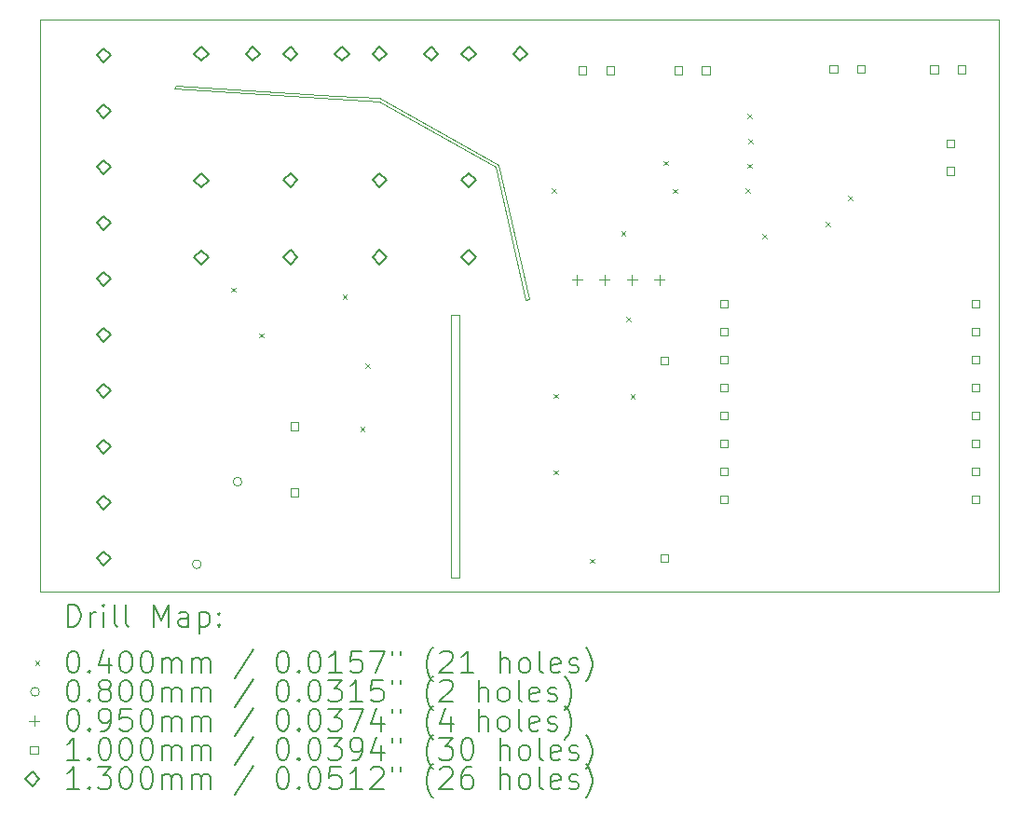
<source format=gbr>
%TF.GenerationSoftware,KiCad,Pcbnew,7.0.8*%
%TF.CreationDate,2025-02-02T00:41:23+05:30*%
%TF.ProjectId,WemosD1Mini-8266,57656d6f-7344-4314-9d69-6e692d383236,rev?*%
%TF.SameCoordinates,Original*%
%TF.FileFunction,Drillmap*%
%TF.FilePolarity,Positive*%
%FSLAX45Y45*%
G04 Gerber Fmt 4.5, Leading zero omitted, Abs format (unit mm)*
G04 Created by KiCad (PCBNEW 7.0.8) date 2025-02-02 00:41:23*
%MOMM*%
%LPD*%
G01*
G04 APERTURE LIST*
%ADD10C,0.100000*%
%ADD11C,0.200000*%
%ADD12C,0.040000*%
%ADD13C,0.080000*%
%ADD14C,0.095000*%
%ADD15C,0.130000*%
G04 APERTURE END LIST*
D10*
X4010000Y-3985000D02*
X12725000Y-3985000D01*
X12725000Y-9185000D01*
X4010000Y-9185000D01*
X4010000Y-3985000D01*
X7745000Y-6665000D02*
X7820000Y-6665000D01*
X7820000Y-9055000D01*
X7745000Y-9055000D01*
X7745000Y-6665000D01*
X6695000Y-4675000D02*
X7095000Y-4695000D01*
X8180000Y-5305000D01*
X8455000Y-6525000D01*
X8425000Y-6530000D01*
X8150000Y-5325000D01*
X7090000Y-4730000D01*
X5230000Y-4610000D01*
X5245000Y-4585000D01*
X6695000Y-4675000D01*
D11*
D12*
X5750000Y-6420000D02*
X5790000Y-6460000D01*
X5790000Y-6420000D02*
X5750000Y-6460000D01*
X6000000Y-6835000D02*
X6040000Y-6875000D01*
X6040000Y-6835000D02*
X6000000Y-6875000D01*
X6760000Y-6485000D02*
X6800000Y-6525000D01*
X6800000Y-6485000D02*
X6760000Y-6525000D01*
X6920000Y-7685000D02*
X6960000Y-7725000D01*
X6960000Y-7685000D02*
X6920000Y-7725000D01*
X6970000Y-7110000D02*
X7010000Y-7150000D01*
X7010000Y-7110000D02*
X6970000Y-7150000D01*
X8660000Y-5520000D02*
X8700000Y-5560000D01*
X8700000Y-5520000D02*
X8660000Y-5560000D01*
X8675000Y-8080000D02*
X8715000Y-8120000D01*
X8715000Y-8080000D02*
X8675000Y-8120000D01*
X8680000Y-7385000D02*
X8720000Y-7425000D01*
X8720000Y-7385000D02*
X8680000Y-7425000D01*
X9005000Y-8885000D02*
X9045000Y-8925000D01*
X9045000Y-8885000D02*
X9005000Y-8925000D01*
X9290000Y-5910000D02*
X9330000Y-5950000D01*
X9330000Y-5910000D02*
X9290000Y-5950000D01*
X9335000Y-6685000D02*
X9375000Y-6725000D01*
X9375000Y-6685000D02*
X9335000Y-6725000D01*
X9375000Y-7390000D02*
X9415000Y-7430000D01*
X9415000Y-7390000D02*
X9375000Y-7430000D01*
X9675000Y-5269500D02*
X9715000Y-5309500D01*
X9715000Y-5269500D02*
X9675000Y-5309500D01*
X9760000Y-5523500D02*
X9800000Y-5563500D01*
X9800000Y-5523500D02*
X9760000Y-5563500D01*
X10420000Y-5520000D02*
X10460000Y-5560000D01*
X10460000Y-5520000D02*
X10420000Y-5560000D01*
X10440000Y-4840000D02*
X10480000Y-4880000D01*
X10480000Y-4840000D02*
X10440000Y-4880000D01*
X10440000Y-5295000D02*
X10480000Y-5335000D01*
X10480000Y-5295000D02*
X10440000Y-5335000D01*
X10445000Y-5070000D02*
X10485000Y-5110000D01*
X10485000Y-5070000D02*
X10445000Y-5110000D01*
X10575000Y-5935000D02*
X10615000Y-5975000D01*
X10615000Y-5935000D02*
X10575000Y-5975000D01*
X11150000Y-5825000D02*
X11190000Y-5865000D01*
X11190000Y-5825000D02*
X11150000Y-5865000D01*
X11350000Y-5585000D02*
X11390000Y-5625000D01*
X11390000Y-5585000D02*
X11350000Y-5625000D01*
D13*
X5475000Y-8935000D02*
G75*
G03*
X5475000Y-8935000I-40000J0D01*
G01*
X5845000Y-8185000D02*
G75*
G03*
X5845000Y-8185000I-40000J0D01*
G01*
D14*
X8890000Y-6302500D02*
X8890000Y-6397500D01*
X8842500Y-6350000D02*
X8937500Y-6350000D01*
X9140000Y-6302500D02*
X9140000Y-6397500D01*
X9092500Y-6350000D02*
X9187500Y-6350000D01*
X9390000Y-6302500D02*
X9390000Y-6397500D01*
X9342500Y-6350000D02*
X9437500Y-6350000D01*
X9640000Y-6302500D02*
X9640000Y-6397500D01*
X9592500Y-6350000D02*
X9687500Y-6350000D01*
D10*
X6359356Y-7716356D02*
X6359356Y-7645644D01*
X6288644Y-7645644D01*
X6288644Y-7716356D01*
X6359356Y-7716356D01*
X6359356Y-8316356D02*
X6359356Y-8245644D01*
X6288644Y-8245644D01*
X6288644Y-8316356D01*
X6359356Y-8316356D01*
X8975356Y-4482856D02*
X8975356Y-4412144D01*
X8904644Y-4412144D01*
X8904644Y-4482856D01*
X8975356Y-4482856D01*
X9225356Y-4482856D02*
X9225356Y-4412144D01*
X9154644Y-4412144D01*
X9154644Y-4482856D01*
X9225356Y-4482856D01*
X9719356Y-7116356D02*
X9719356Y-7045644D01*
X9648644Y-7045644D01*
X9648644Y-7116356D01*
X9719356Y-7116356D01*
X9719356Y-8916356D02*
X9719356Y-8845644D01*
X9648644Y-8845644D01*
X9648644Y-8916356D01*
X9719356Y-8916356D01*
X9845356Y-4482856D02*
X9845356Y-4412144D01*
X9774644Y-4412144D01*
X9774644Y-4482856D01*
X9845356Y-4482856D01*
X10095356Y-4482856D02*
X10095356Y-4412144D01*
X10024644Y-4412144D01*
X10024644Y-4482856D01*
X10095356Y-4482856D01*
X10258856Y-6601356D02*
X10258856Y-6530644D01*
X10188144Y-6530644D01*
X10188144Y-6601356D01*
X10258856Y-6601356D01*
X10258856Y-6855356D02*
X10258856Y-6784644D01*
X10188144Y-6784644D01*
X10188144Y-6855356D01*
X10258856Y-6855356D01*
X10258856Y-7109356D02*
X10258856Y-7038644D01*
X10188144Y-7038644D01*
X10188144Y-7109356D01*
X10258856Y-7109356D01*
X10258856Y-7363356D02*
X10258856Y-7292644D01*
X10188144Y-7292644D01*
X10188144Y-7363356D01*
X10258856Y-7363356D01*
X10258856Y-7617356D02*
X10258856Y-7546644D01*
X10188144Y-7546644D01*
X10188144Y-7617356D01*
X10258856Y-7617356D01*
X10258856Y-7871356D02*
X10258856Y-7800644D01*
X10188144Y-7800644D01*
X10188144Y-7871356D01*
X10258856Y-7871356D01*
X10258856Y-8125356D02*
X10258856Y-8054644D01*
X10188144Y-8054644D01*
X10188144Y-8125356D01*
X10258856Y-8125356D01*
X10258856Y-8379356D02*
X10258856Y-8308644D01*
X10188144Y-8308644D01*
X10188144Y-8379356D01*
X10258856Y-8379356D01*
X11255356Y-4467856D02*
X11255356Y-4397144D01*
X11184644Y-4397144D01*
X11184644Y-4467856D01*
X11255356Y-4467856D01*
X11505356Y-4467856D02*
X11505356Y-4397144D01*
X11434644Y-4397144D01*
X11434644Y-4467856D01*
X11505356Y-4467856D01*
X12170356Y-4472856D02*
X12170356Y-4402144D01*
X12099644Y-4402144D01*
X12099644Y-4472856D01*
X12170356Y-4472856D01*
X12317856Y-5145356D02*
X12317856Y-5074644D01*
X12247144Y-5074644D01*
X12247144Y-5145356D01*
X12317856Y-5145356D01*
X12317856Y-5395356D02*
X12317856Y-5324644D01*
X12247144Y-5324644D01*
X12247144Y-5395356D01*
X12317856Y-5395356D01*
X12420356Y-4472856D02*
X12420356Y-4402144D01*
X12349644Y-4402144D01*
X12349644Y-4472856D01*
X12420356Y-4472856D01*
X12544856Y-6601356D02*
X12544856Y-6530644D01*
X12474144Y-6530644D01*
X12474144Y-6601356D01*
X12544856Y-6601356D01*
X12544856Y-6855356D02*
X12544856Y-6784644D01*
X12474144Y-6784644D01*
X12474144Y-6855356D01*
X12544856Y-6855356D01*
X12544856Y-7109356D02*
X12544856Y-7038644D01*
X12474144Y-7038644D01*
X12474144Y-7109356D01*
X12544856Y-7109356D01*
X12544856Y-7363356D02*
X12544856Y-7292644D01*
X12474144Y-7292644D01*
X12474144Y-7363356D01*
X12544856Y-7363356D01*
X12544856Y-7617356D02*
X12544856Y-7546644D01*
X12474144Y-7546644D01*
X12474144Y-7617356D01*
X12544856Y-7617356D01*
X12544856Y-7871356D02*
X12544856Y-7800644D01*
X12474144Y-7800644D01*
X12474144Y-7871356D01*
X12544856Y-7871356D01*
X12544856Y-8125356D02*
X12544856Y-8054644D01*
X12474144Y-8054644D01*
X12474144Y-8125356D01*
X12544856Y-8125356D01*
X12544856Y-8379356D02*
X12544856Y-8308644D01*
X12474144Y-8308644D01*
X12474144Y-8379356D01*
X12544856Y-8379356D01*
D15*
X4590000Y-4374000D02*
X4655000Y-4309000D01*
X4590000Y-4244000D01*
X4525000Y-4309000D01*
X4590000Y-4374000D01*
X4590000Y-4882000D02*
X4655000Y-4817000D01*
X4590000Y-4752000D01*
X4525000Y-4817000D01*
X4590000Y-4882000D01*
X4590000Y-5390000D02*
X4655000Y-5325000D01*
X4590000Y-5260000D01*
X4525000Y-5325000D01*
X4590000Y-5390000D01*
X4590000Y-5898000D02*
X4655000Y-5833000D01*
X4590000Y-5768000D01*
X4525000Y-5833000D01*
X4590000Y-5898000D01*
X4590000Y-6406000D02*
X4655000Y-6341000D01*
X4590000Y-6276000D01*
X4525000Y-6341000D01*
X4590000Y-6406000D01*
X4590000Y-6914000D02*
X4655000Y-6849000D01*
X4590000Y-6784000D01*
X4525000Y-6849000D01*
X4590000Y-6914000D01*
X4590000Y-7422000D02*
X4655000Y-7357000D01*
X4590000Y-7292000D01*
X4525000Y-7357000D01*
X4590000Y-7422000D01*
X4590000Y-7930000D02*
X4655000Y-7865000D01*
X4590000Y-7800000D01*
X4525000Y-7865000D01*
X4590000Y-7930000D01*
X4590000Y-8438000D02*
X4655000Y-8373000D01*
X4590000Y-8308000D01*
X4525000Y-8373000D01*
X4590000Y-8438000D01*
X4590000Y-8946000D02*
X4655000Y-8881000D01*
X4590000Y-8816000D01*
X4525000Y-8881000D01*
X4590000Y-8946000D01*
X5475000Y-4361000D02*
X5540000Y-4296000D01*
X5475000Y-4231000D01*
X5410000Y-4296000D01*
X5475000Y-4361000D01*
X5475000Y-5511000D02*
X5540000Y-5446000D01*
X5475000Y-5381000D01*
X5410000Y-5446000D01*
X5475000Y-5511000D01*
X5475000Y-6211000D02*
X5540000Y-6146000D01*
X5475000Y-6081000D01*
X5410000Y-6146000D01*
X5475000Y-6211000D01*
X5945000Y-4361000D02*
X6010000Y-4296000D01*
X5945000Y-4231000D01*
X5880000Y-4296000D01*
X5945000Y-4361000D01*
X6285000Y-4360000D02*
X6350000Y-4295000D01*
X6285000Y-4230000D01*
X6220000Y-4295000D01*
X6285000Y-4360000D01*
X6285000Y-5510000D02*
X6350000Y-5445000D01*
X6285000Y-5380000D01*
X6220000Y-5445000D01*
X6285000Y-5510000D01*
X6285000Y-6210000D02*
X6350000Y-6145000D01*
X6285000Y-6080000D01*
X6220000Y-6145000D01*
X6285000Y-6210000D01*
X6755000Y-4360000D02*
X6820000Y-4295000D01*
X6755000Y-4230000D01*
X6690000Y-4295000D01*
X6755000Y-4360000D01*
X7095000Y-4360000D02*
X7160000Y-4295000D01*
X7095000Y-4230000D01*
X7030000Y-4295000D01*
X7095000Y-4360000D01*
X7095000Y-5510000D02*
X7160000Y-5445000D01*
X7095000Y-5380000D01*
X7030000Y-5445000D01*
X7095000Y-5510000D01*
X7095000Y-6210000D02*
X7160000Y-6145000D01*
X7095000Y-6080000D01*
X7030000Y-6145000D01*
X7095000Y-6210000D01*
X7565000Y-4360000D02*
X7630000Y-4295000D01*
X7565000Y-4230000D01*
X7500000Y-4295000D01*
X7565000Y-4360000D01*
X7905000Y-4360000D02*
X7970000Y-4295000D01*
X7905000Y-4230000D01*
X7840000Y-4295000D01*
X7905000Y-4360000D01*
X7905000Y-5510000D02*
X7970000Y-5445000D01*
X7905000Y-5380000D01*
X7840000Y-5445000D01*
X7905000Y-5510000D01*
X7905000Y-6210000D02*
X7970000Y-6145000D01*
X7905000Y-6080000D01*
X7840000Y-6145000D01*
X7905000Y-6210000D01*
X8375000Y-4360000D02*
X8440000Y-4295000D01*
X8375000Y-4230000D01*
X8310000Y-4295000D01*
X8375000Y-4360000D01*
D11*
X4265777Y-9501484D02*
X4265777Y-9301484D01*
X4265777Y-9301484D02*
X4313396Y-9301484D01*
X4313396Y-9301484D02*
X4341967Y-9311008D01*
X4341967Y-9311008D02*
X4361015Y-9330055D01*
X4361015Y-9330055D02*
X4370539Y-9349103D01*
X4370539Y-9349103D02*
X4380063Y-9387198D01*
X4380063Y-9387198D02*
X4380063Y-9415770D01*
X4380063Y-9415770D02*
X4370539Y-9453865D01*
X4370539Y-9453865D02*
X4361015Y-9472912D01*
X4361015Y-9472912D02*
X4341967Y-9491960D01*
X4341967Y-9491960D02*
X4313396Y-9501484D01*
X4313396Y-9501484D02*
X4265777Y-9501484D01*
X4465777Y-9501484D02*
X4465777Y-9368150D01*
X4465777Y-9406246D02*
X4475301Y-9387198D01*
X4475301Y-9387198D02*
X4484824Y-9377674D01*
X4484824Y-9377674D02*
X4503872Y-9368150D01*
X4503872Y-9368150D02*
X4522920Y-9368150D01*
X4589586Y-9501484D02*
X4589586Y-9368150D01*
X4589586Y-9301484D02*
X4580063Y-9311008D01*
X4580063Y-9311008D02*
X4589586Y-9320531D01*
X4589586Y-9320531D02*
X4599110Y-9311008D01*
X4599110Y-9311008D02*
X4589586Y-9301484D01*
X4589586Y-9301484D02*
X4589586Y-9320531D01*
X4713396Y-9501484D02*
X4694348Y-9491960D01*
X4694348Y-9491960D02*
X4684824Y-9472912D01*
X4684824Y-9472912D02*
X4684824Y-9301484D01*
X4818158Y-9501484D02*
X4799110Y-9491960D01*
X4799110Y-9491960D02*
X4789586Y-9472912D01*
X4789586Y-9472912D02*
X4789586Y-9301484D01*
X5046729Y-9501484D02*
X5046729Y-9301484D01*
X5046729Y-9301484D02*
X5113396Y-9444341D01*
X5113396Y-9444341D02*
X5180063Y-9301484D01*
X5180063Y-9301484D02*
X5180063Y-9501484D01*
X5361015Y-9501484D02*
X5361015Y-9396722D01*
X5361015Y-9396722D02*
X5351491Y-9377674D01*
X5351491Y-9377674D02*
X5332444Y-9368150D01*
X5332444Y-9368150D02*
X5294348Y-9368150D01*
X5294348Y-9368150D02*
X5275301Y-9377674D01*
X5361015Y-9491960D02*
X5341967Y-9501484D01*
X5341967Y-9501484D02*
X5294348Y-9501484D01*
X5294348Y-9501484D02*
X5275301Y-9491960D01*
X5275301Y-9491960D02*
X5265777Y-9472912D01*
X5265777Y-9472912D02*
X5265777Y-9453865D01*
X5265777Y-9453865D02*
X5275301Y-9434817D01*
X5275301Y-9434817D02*
X5294348Y-9425293D01*
X5294348Y-9425293D02*
X5341967Y-9425293D01*
X5341967Y-9425293D02*
X5361015Y-9415770D01*
X5456253Y-9368150D02*
X5456253Y-9568150D01*
X5456253Y-9377674D02*
X5475301Y-9368150D01*
X5475301Y-9368150D02*
X5513396Y-9368150D01*
X5513396Y-9368150D02*
X5532444Y-9377674D01*
X5532444Y-9377674D02*
X5541967Y-9387198D01*
X5541967Y-9387198D02*
X5551491Y-9406246D01*
X5551491Y-9406246D02*
X5551491Y-9463389D01*
X5551491Y-9463389D02*
X5541967Y-9482436D01*
X5541967Y-9482436D02*
X5532444Y-9491960D01*
X5532444Y-9491960D02*
X5513396Y-9501484D01*
X5513396Y-9501484D02*
X5475301Y-9501484D01*
X5475301Y-9501484D02*
X5456253Y-9491960D01*
X5637205Y-9482436D02*
X5646729Y-9491960D01*
X5646729Y-9491960D02*
X5637205Y-9501484D01*
X5637205Y-9501484D02*
X5627682Y-9491960D01*
X5627682Y-9491960D02*
X5637205Y-9482436D01*
X5637205Y-9482436D02*
X5637205Y-9501484D01*
X5637205Y-9377674D02*
X5646729Y-9387198D01*
X5646729Y-9387198D02*
X5637205Y-9396722D01*
X5637205Y-9396722D02*
X5627682Y-9387198D01*
X5627682Y-9387198D02*
X5637205Y-9377674D01*
X5637205Y-9377674D02*
X5637205Y-9396722D01*
D12*
X3965000Y-9810000D02*
X4005000Y-9850000D01*
X4005000Y-9810000D02*
X3965000Y-9850000D01*
D11*
X4303872Y-9721484D02*
X4322920Y-9721484D01*
X4322920Y-9721484D02*
X4341967Y-9731008D01*
X4341967Y-9731008D02*
X4351491Y-9740531D01*
X4351491Y-9740531D02*
X4361015Y-9759579D01*
X4361015Y-9759579D02*
X4370539Y-9797674D01*
X4370539Y-9797674D02*
X4370539Y-9845293D01*
X4370539Y-9845293D02*
X4361015Y-9883389D01*
X4361015Y-9883389D02*
X4351491Y-9902436D01*
X4351491Y-9902436D02*
X4341967Y-9911960D01*
X4341967Y-9911960D02*
X4322920Y-9921484D01*
X4322920Y-9921484D02*
X4303872Y-9921484D01*
X4303872Y-9921484D02*
X4284824Y-9911960D01*
X4284824Y-9911960D02*
X4275301Y-9902436D01*
X4275301Y-9902436D02*
X4265777Y-9883389D01*
X4265777Y-9883389D02*
X4256253Y-9845293D01*
X4256253Y-9845293D02*
X4256253Y-9797674D01*
X4256253Y-9797674D02*
X4265777Y-9759579D01*
X4265777Y-9759579D02*
X4275301Y-9740531D01*
X4275301Y-9740531D02*
X4284824Y-9731008D01*
X4284824Y-9731008D02*
X4303872Y-9721484D01*
X4456253Y-9902436D02*
X4465777Y-9911960D01*
X4465777Y-9911960D02*
X4456253Y-9921484D01*
X4456253Y-9921484D02*
X4446729Y-9911960D01*
X4446729Y-9911960D02*
X4456253Y-9902436D01*
X4456253Y-9902436D02*
X4456253Y-9921484D01*
X4637205Y-9788150D02*
X4637205Y-9921484D01*
X4589586Y-9711960D02*
X4541967Y-9854817D01*
X4541967Y-9854817D02*
X4665777Y-9854817D01*
X4780063Y-9721484D02*
X4799110Y-9721484D01*
X4799110Y-9721484D02*
X4818158Y-9731008D01*
X4818158Y-9731008D02*
X4827682Y-9740531D01*
X4827682Y-9740531D02*
X4837205Y-9759579D01*
X4837205Y-9759579D02*
X4846729Y-9797674D01*
X4846729Y-9797674D02*
X4846729Y-9845293D01*
X4846729Y-9845293D02*
X4837205Y-9883389D01*
X4837205Y-9883389D02*
X4827682Y-9902436D01*
X4827682Y-9902436D02*
X4818158Y-9911960D01*
X4818158Y-9911960D02*
X4799110Y-9921484D01*
X4799110Y-9921484D02*
X4780063Y-9921484D01*
X4780063Y-9921484D02*
X4761015Y-9911960D01*
X4761015Y-9911960D02*
X4751491Y-9902436D01*
X4751491Y-9902436D02*
X4741967Y-9883389D01*
X4741967Y-9883389D02*
X4732444Y-9845293D01*
X4732444Y-9845293D02*
X4732444Y-9797674D01*
X4732444Y-9797674D02*
X4741967Y-9759579D01*
X4741967Y-9759579D02*
X4751491Y-9740531D01*
X4751491Y-9740531D02*
X4761015Y-9731008D01*
X4761015Y-9731008D02*
X4780063Y-9721484D01*
X4970539Y-9721484D02*
X4989586Y-9721484D01*
X4989586Y-9721484D02*
X5008634Y-9731008D01*
X5008634Y-9731008D02*
X5018158Y-9740531D01*
X5018158Y-9740531D02*
X5027682Y-9759579D01*
X5027682Y-9759579D02*
X5037205Y-9797674D01*
X5037205Y-9797674D02*
X5037205Y-9845293D01*
X5037205Y-9845293D02*
X5027682Y-9883389D01*
X5027682Y-9883389D02*
X5018158Y-9902436D01*
X5018158Y-9902436D02*
X5008634Y-9911960D01*
X5008634Y-9911960D02*
X4989586Y-9921484D01*
X4989586Y-9921484D02*
X4970539Y-9921484D01*
X4970539Y-9921484D02*
X4951491Y-9911960D01*
X4951491Y-9911960D02*
X4941967Y-9902436D01*
X4941967Y-9902436D02*
X4932444Y-9883389D01*
X4932444Y-9883389D02*
X4922920Y-9845293D01*
X4922920Y-9845293D02*
X4922920Y-9797674D01*
X4922920Y-9797674D02*
X4932444Y-9759579D01*
X4932444Y-9759579D02*
X4941967Y-9740531D01*
X4941967Y-9740531D02*
X4951491Y-9731008D01*
X4951491Y-9731008D02*
X4970539Y-9721484D01*
X5122920Y-9921484D02*
X5122920Y-9788150D01*
X5122920Y-9807198D02*
X5132444Y-9797674D01*
X5132444Y-9797674D02*
X5151491Y-9788150D01*
X5151491Y-9788150D02*
X5180063Y-9788150D01*
X5180063Y-9788150D02*
X5199110Y-9797674D01*
X5199110Y-9797674D02*
X5208634Y-9816722D01*
X5208634Y-9816722D02*
X5208634Y-9921484D01*
X5208634Y-9816722D02*
X5218158Y-9797674D01*
X5218158Y-9797674D02*
X5237205Y-9788150D01*
X5237205Y-9788150D02*
X5265777Y-9788150D01*
X5265777Y-9788150D02*
X5284825Y-9797674D01*
X5284825Y-9797674D02*
X5294348Y-9816722D01*
X5294348Y-9816722D02*
X5294348Y-9921484D01*
X5389586Y-9921484D02*
X5389586Y-9788150D01*
X5389586Y-9807198D02*
X5399110Y-9797674D01*
X5399110Y-9797674D02*
X5418158Y-9788150D01*
X5418158Y-9788150D02*
X5446729Y-9788150D01*
X5446729Y-9788150D02*
X5465777Y-9797674D01*
X5465777Y-9797674D02*
X5475301Y-9816722D01*
X5475301Y-9816722D02*
X5475301Y-9921484D01*
X5475301Y-9816722D02*
X5484825Y-9797674D01*
X5484825Y-9797674D02*
X5503872Y-9788150D01*
X5503872Y-9788150D02*
X5532444Y-9788150D01*
X5532444Y-9788150D02*
X5551491Y-9797674D01*
X5551491Y-9797674D02*
X5561015Y-9816722D01*
X5561015Y-9816722D02*
X5561015Y-9921484D01*
X5951491Y-9711960D02*
X5780063Y-9969103D01*
X6208634Y-9721484D02*
X6227682Y-9721484D01*
X6227682Y-9721484D02*
X6246729Y-9731008D01*
X6246729Y-9731008D02*
X6256253Y-9740531D01*
X6256253Y-9740531D02*
X6265777Y-9759579D01*
X6265777Y-9759579D02*
X6275301Y-9797674D01*
X6275301Y-9797674D02*
X6275301Y-9845293D01*
X6275301Y-9845293D02*
X6265777Y-9883389D01*
X6265777Y-9883389D02*
X6256253Y-9902436D01*
X6256253Y-9902436D02*
X6246729Y-9911960D01*
X6246729Y-9911960D02*
X6227682Y-9921484D01*
X6227682Y-9921484D02*
X6208634Y-9921484D01*
X6208634Y-9921484D02*
X6189586Y-9911960D01*
X6189586Y-9911960D02*
X6180063Y-9902436D01*
X6180063Y-9902436D02*
X6170539Y-9883389D01*
X6170539Y-9883389D02*
X6161015Y-9845293D01*
X6161015Y-9845293D02*
X6161015Y-9797674D01*
X6161015Y-9797674D02*
X6170539Y-9759579D01*
X6170539Y-9759579D02*
X6180063Y-9740531D01*
X6180063Y-9740531D02*
X6189586Y-9731008D01*
X6189586Y-9731008D02*
X6208634Y-9721484D01*
X6361015Y-9902436D02*
X6370539Y-9911960D01*
X6370539Y-9911960D02*
X6361015Y-9921484D01*
X6361015Y-9921484D02*
X6351491Y-9911960D01*
X6351491Y-9911960D02*
X6361015Y-9902436D01*
X6361015Y-9902436D02*
X6361015Y-9921484D01*
X6494348Y-9721484D02*
X6513396Y-9721484D01*
X6513396Y-9721484D02*
X6532444Y-9731008D01*
X6532444Y-9731008D02*
X6541967Y-9740531D01*
X6541967Y-9740531D02*
X6551491Y-9759579D01*
X6551491Y-9759579D02*
X6561015Y-9797674D01*
X6561015Y-9797674D02*
X6561015Y-9845293D01*
X6561015Y-9845293D02*
X6551491Y-9883389D01*
X6551491Y-9883389D02*
X6541967Y-9902436D01*
X6541967Y-9902436D02*
X6532444Y-9911960D01*
X6532444Y-9911960D02*
X6513396Y-9921484D01*
X6513396Y-9921484D02*
X6494348Y-9921484D01*
X6494348Y-9921484D02*
X6475301Y-9911960D01*
X6475301Y-9911960D02*
X6465777Y-9902436D01*
X6465777Y-9902436D02*
X6456253Y-9883389D01*
X6456253Y-9883389D02*
X6446729Y-9845293D01*
X6446729Y-9845293D02*
X6446729Y-9797674D01*
X6446729Y-9797674D02*
X6456253Y-9759579D01*
X6456253Y-9759579D02*
X6465777Y-9740531D01*
X6465777Y-9740531D02*
X6475301Y-9731008D01*
X6475301Y-9731008D02*
X6494348Y-9721484D01*
X6751491Y-9921484D02*
X6637206Y-9921484D01*
X6694348Y-9921484D02*
X6694348Y-9721484D01*
X6694348Y-9721484D02*
X6675301Y-9750055D01*
X6675301Y-9750055D02*
X6656253Y-9769103D01*
X6656253Y-9769103D02*
X6637206Y-9778627D01*
X6932444Y-9721484D02*
X6837206Y-9721484D01*
X6837206Y-9721484D02*
X6827682Y-9816722D01*
X6827682Y-9816722D02*
X6837206Y-9807198D01*
X6837206Y-9807198D02*
X6856253Y-9797674D01*
X6856253Y-9797674D02*
X6903872Y-9797674D01*
X6903872Y-9797674D02*
X6922920Y-9807198D01*
X6922920Y-9807198D02*
X6932444Y-9816722D01*
X6932444Y-9816722D02*
X6941967Y-9835770D01*
X6941967Y-9835770D02*
X6941967Y-9883389D01*
X6941967Y-9883389D02*
X6932444Y-9902436D01*
X6932444Y-9902436D02*
X6922920Y-9911960D01*
X6922920Y-9911960D02*
X6903872Y-9921484D01*
X6903872Y-9921484D02*
X6856253Y-9921484D01*
X6856253Y-9921484D02*
X6837206Y-9911960D01*
X6837206Y-9911960D02*
X6827682Y-9902436D01*
X7008634Y-9721484D02*
X7141967Y-9721484D01*
X7141967Y-9721484D02*
X7056253Y-9921484D01*
X7208634Y-9721484D02*
X7208634Y-9759579D01*
X7284825Y-9721484D02*
X7284825Y-9759579D01*
X7580063Y-9997674D02*
X7570539Y-9988150D01*
X7570539Y-9988150D02*
X7551491Y-9959579D01*
X7551491Y-9959579D02*
X7541968Y-9940531D01*
X7541968Y-9940531D02*
X7532444Y-9911960D01*
X7532444Y-9911960D02*
X7522920Y-9864341D01*
X7522920Y-9864341D02*
X7522920Y-9826246D01*
X7522920Y-9826246D02*
X7532444Y-9778627D01*
X7532444Y-9778627D02*
X7541968Y-9750055D01*
X7541968Y-9750055D02*
X7551491Y-9731008D01*
X7551491Y-9731008D02*
X7570539Y-9702436D01*
X7570539Y-9702436D02*
X7580063Y-9692912D01*
X7646729Y-9740531D02*
X7656253Y-9731008D01*
X7656253Y-9731008D02*
X7675301Y-9721484D01*
X7675301Y-9721484D02*
X7722920Y-9721484D01*
X7722920Y-9721484D02*
X7741968Y-9731008D01*
X7741968Y-9731008D02*
X7751491Y-9740531D01*
X7751491Y-9740531D02*
X7761015Y-9759579D01*
X7761015Y-9759579D02*
X7761015Y-9778627D01*
X7761015Y-9778627D02*
X7751491Y-9807198D01*
X7751491Y-9807198D02*
X7637206Y-9921484D01*
X7637206Y-9921484D02*
X7761015Y-9921484D01*
X7951491Y-9921484D02*
X7837206Y-9921484D01*
X7894348Y-9921484D02*
X7894348Y-9721484D01*
X7894348Y-9721484D02*
X7875301Y-9750055D01*
X7875301Y-9750055D02*
X7856253Y-9769103D01*
X7856253Y-9769103D02*
X7837206Y-9778627D01*
X8189587Y-9921484D02*
X8189587Y-9721484D01*
X8275301Y-9921484D02*
X8275301Y-9816722D01*
X8275301Y-9816722D02*
X8265777Y-9797674D01*
X8265777Y-9797674D02*
X8246730Y-9788150D01*
X8246730Y-9788150D02*
X8218158Y-9788150D01*
X8218158Y-9788150D02*
X8199110Y-9797674D01*
X8199110Y-9797674D02*
X8189587Y-9807198D01*
X8399111Y-9921484D02*
X8380063Y-9911960D01*
X8380063Y-9911960D02*
X8370539Y-9902436D01*
X8370539Y-9902436D02*
X8361015Y-9883389D01*
X8361015Y-9883389D02*
X8361015Y-9826246D01*
X8361015Y-9826246D02*
X8370539Y-9807198D01*
X8370539Y-9807198D02*
X8380063Y-9797674D01*
X8380063Y-9797674D02*
X8399111Y-9788150D01*
X8399111Y-9788150D02*
X8427682Y-9788150D01*
X8427682Y-9788150D02*
X8446730Y-9797674D01*
X8446730Y-9797674D02*
X8456253Y-9807198D01*
X8456253Y-9807198D02*
X8465777Y-9826246D01*
X8465777Y-9826246D02*
X8465777Y-9883389D01*
X8465777Y-9883389D02*
X8456253Y-9902436D01*
X8456253Y-9902436D02*
X8446730Y-9911960D01*
X8446730Y-9911960D02*
X8427682Y-9921484D01*
X8427682Y-9921484D02*
X8399111Y-9921484D01*
X8580063Y-9921484D02*
X8561015Y-9911960D01*
X8561015Y-9911960D02*
X8551492Y-9892912D01*
X8551492Y-9892912D02*
X8551492Y-9721484D01*
X8732444Y-9911960D02*
X8713396Y-9921484D01*
X8713396Y-9921484D02*
X8675301Y-9921484D01*
X8675301Y-9921484D02*
X8656253Y-9911960D01*
X8656253Y-9911960D02*
X8646730Y-9892912D01*
X8646730Y-9892912D02*
X8646730Y-9816722D01*
X8646730Y-9816722D02*
X8656253Y-9797674D01*
X8656253Y-9797674D02*
X8675301Y-9788150D01*
X8675301Y-9788150D02*
X8713396Y-9788150D01*
X8713396Y-9788150D02*
X8732444Y-9797674D01*
X8732444Y-9797674D02*
X8741968Y-9816722D01*
X8741968Y-9816722D02*
X8741968Y-9835770D01*
X8741968Y-9835770D02*
X8646730Y-9854817D01*
X8818158Y-9911960D02*
X8837206Y-9921484D01*
X8837206Y-9921484D02*
X8875301Y-9921484D01*
X8875301Y-9921484D02*
X8894349Y-9911960D01*
X8894349Y-9911960D02*
X8903873Y-9892912D01*
X8903873Y-9892912D02*
X8903873Y-9883389D01*
X8903873Y-9883389D02*
X8894349Y-9864341D01*
X8894349Y-9864341D02*
X8875301Y-9854817D01*
X8875301Y-9854817D02*
X8846730Y-9854817D01*
X8846730Y-9854817D02*
X8827682Y-9845293D01*
X8827682Y-9845293D02*
X8818158Y-9826246D01*
X8818158Y-9826246D02*
X8818158Y-9816722D01*
X8818158Y-9816722D02*
X8827682Y-9797674D01*
X8827682Y-9797674D02*
X8846730Y-9788150D01*
X8846730Y-9788150D02*
X8875301Y-9788150D01*
X8875301Y-9788150D02*
X8894349Y-9797674D01*
X8970539Y-9997674D02*
X8980063Y-9988150D01*
X8980063Y-9988150D02*
X8999111Y-9959579D01*
X8999111Y-9959579D02*
X9008634Y-9940531D01*
X9008634Y-9940531D02*
X9018158Y-9911960D01*
X9018158Y-9911960D02*
X9027682Y-9864341D01*
X9027682Y-9864341D02*
X9027682Y-9826246D01*
X9027682Y-9826246D02*
X9018158Y-9778627D01*
X9018158Y-9778627D02*
X9008634Y-9750055D01*
X9008634Y-9750055D02*
X8999111Y-9731008D01*
X8999111Y-9731008D02*
X8980063Y-9702436D01*
X8980063Y-9702436D02*
X8970539Y-9692912D01*
D13*
X4005000Y-10094000D02*
G75*
G03*
X4005000Y-10094000I-40000J0D01*
G01*
D11*
X4303872Y-9985484D02*
X4322920Y-9985484D01*
X4322920Y-9985484D02*
X4341967Y-9995008D01*
X4341967Y-9995008D02*
X4351491Y-10004531D01*
X4351491Y-10004531D02*
X4361015Y-10023579D01*
X4361015Y-10023579D02*
X4370539Y-10061674D01*
X4370539Y-10061674D02*
X4370539Y-10109293D01*
X4370539Y-10109293D02*
X4361015Y-10147389D01*
X4361015Y-10147389D02*
X4351491Y-10166436D01*
X4351491Y-10166436D02*
X4341967Y-10175960D01*
X4341967Y-10175960D02*
X4322920Y-10185484D01*
X4322920Y-10185484D02*
X4303872Y-10185484D01*
X4303872Y-10185484D02*
X4284824Y-10175960D01*
X4284824Y-10175960D02*
X4275301Y-10166436D01*
X4275301Y-10166436D02*
X4265777Y-10147389D01*
X4265777Y-10147389D02*
X4256253Y-10109293D01*
X4256253Y-10109293D02*
X4256253Y-10061674D01*
X4256253Y-10061674D02*
X4265777Y-10023579D01*
X4265777Y-10023579D02*
X4275301Y-10004531D01*
X4275301Y-10004531D02*
X4284824Y-9995008D01*
X4284824Y-9995008D02*
X4303872Y-9985484D01*
X4456253Y-10166436D02*
X4465777Y-10175960D01*
X4465777Y-10175960D02*
X4456253Y-10185484D01*
X4456253Y-10185484D02*
X4446729Y-10175960D01*
X4446729Y-10175960D02*
X4456253Y-10166436D01*
X4456253Y-10166436D02*
X4456253Y-10185484D01*
X4580063Y-10071198D02*
X4561015Y-10061674D01*
X4561015Y-10061674D02*
X4551491Y-10052150D01*
X4551491Y-10052150D02*
X4541967Y-10033103D01*
X4541967Y-10033103D02*
X4541967Y-10023579D01*
X4541967Y-10023579D02*
X4551491Y-10004531D01*
X4551491Y-10004531D02*
X4561015Y-9995008D01*
X4561015Y-9995008D02*
X4580063Y-9985484D01*
X4580063Y-9985484D02*
X4618158Y-9985484D01*
X4618158Y-9985484D02*
X4637205Y-9995008D01*
X4637205Y-9995008D02*
X4646729Y-10004531D01*
X4646729Y-10004531D02*
X4656253Y-10023579D01*
X4656253Y-10023579D02*
X4656253Y-10033103D01*
X4656253Y-10033103D02*
X4646729Y-10052150D01*
X4646729Y-10052150D02*
X4637205Y-10061674D01*
X4637205Y-10061674D02*
X4618158Y-10071198D01*
X4618158Y-10071198D02*
X4580063Y-10071198D01*
X4580063Y-10071198D02*
X4561015Y-10080722D01*
X4561015Y-10080722D02*
X4551491Y-10090246D01*
X4551491Y-10090246D02*
X4541967Y-10109293D01*
X4541967Y-10109293D02*
X4541967Y-10147389D01*
X4541967Y-10147389D02*
X4551491Y-10166436D01*
X4551491Y-10166436D02*
X4561015Y-10175960D01*
X4561015Y-10175960D02*
X4580063Y-10185484D01*
X4580063Y-10185484D02*
X4618158Y-10185484D01*
X4618158Y-10185484D02*
X4637205Y-10175960D01*
X4637205Y-10175960D02*
X4646729Y-10166436D01*
X4646729Y-10166436D02*
X4656253Y-10147389D01*
X4656253Y-10147389D02*
X4656253Y-10109293D01*
X4656253Y-10109293D02*
X4646729Y-10090246D01*
X4646729Y-10090246D02*
X4637205Y-10080722D01*
X4637205Y-10080722D02*
X4618158Y-10071198D01*
X4780063Y-9985484D02*
X4799110Y-9985484D01*
X4799110Y-9985484D02*
X4818158Y-9995008D01*
X4818158Y-9995008D02*
X4827682Y-10004531D01*
X4827682Y-10004531D02*
X4837205Y-10023579D01*
X4837205Y-10023579D02*
X4846729Y-10061674D01*
X4846729Y-10061674D02*
X4846729Y-10109293D01*
X4846729Y-10109293D02*
X4837205Y-10147389D01*
X4837205Y-10147389D02*
X4827682Y-10166436D01*
X4827682Y-10166436D02*
X4818158Y-10175960D01*
X4818158Y-10175960D02*
X4799110Y-10185484D01*
X4799110Y-10185484D02*
X4780063Y-10185484D01*
X4780063Y-10185484D02*
X4761015Y-10175960D01*
X4761015Y-10175960D02*
X4751491Y-10166436D01*
X4751491Y-10166436D02*
X4741967Y-10147389D01*
X4741967Y-10147389D02*
X4732444Y-10109293D01*
X4732444Y-10109293D02*
X4732444Y-10061674D01*
X4732444Y-10061674D02*
X4741967Y-10023579D01*
X4741967Y-10023579D02*
X4751491Y-10004531D01*
X4751491Y-10004531D02*
X4761015Y-9995008D01*
X4761015Y-9995008D02*
X4780063Y-9985484D01*
X4970539Y-9985484D02*
X4989586Y-9985484D01*
X4989586Y-9985484D02*
X5008634Y-9995008D01*
X5008634Y-9995008D02*
X5018158Y-10004531D01*
X5018158Y-10004531D02*
X5027682Y-10023579D01*
X5027682Y-10023579D02*
X5037205Y-10061674D01*
X5037205Y-10061674D02*
X5037205Y-10109293D01*
X5037205Y-10109293D02*
X5027682Y-10147389D01*
X5027682Y-10147389D02*
X5018158Y-10166436D01*
X5018158Y-10166436D02*
X5008634Y-10175960D01*
X5008634Y-10175960D02*
X4989586Y-10185484D01*
X4989586Y-10185484D02*
X4970539Y-10185484D01*
X4970539Y-10185484D02*
X4951491Y-10175960D01*
X4951491Y-10175960D02*
X4941967Y-10166436D01*
X4941967Y-10166436D02*
X4932444Y-10147389D01*
X4932444Y-10147389D02*
X4922920Y-10109293D01*
X4922920Y-10109293D02*
X4922920Y-10061674D01*
X4922920Y-10061674D02*
X4932444Y-10023579D01*
X4932444Y-10023579D02*
X4941967Y-10004531D01*
X4941967Y-10004531D02*
X4951491Y-9995008D01*
X4951491Y-9995008D02*
X4970539Y-9985484D01*
X5122920Y-10185484D02*
X5122920Y-10052150D01*
X5122920Y-10071198D02*
X5132444Y-10061674D01*
X5132444Y-10061674D02*
X5151491Y-10052150D01*
X5151491Y-10052150D02*
X5180063Y-10052150D01*
X5180063Y-10052150D02*
X5199110Y-10061674D01*
X5199110Y-10061674D02*
X5208634Y-10080722D01*
X5208634Y-10080722D02*
X5208634Y-10185484D01*
X5208634Y-10080722D02*
X5218158Y-10061674D01*
X5218158Y-10061674D02*
X5237205Y-10052150D01*
X5237205Y-10052150D02*
X5265777Y-10052150D01*
X5265777Y-10052150D02*
X5284825Y-10061674D01*
X5284825Y-10061674D02*
X5294348Y-10080722D01*
X5294348Y-10080722D02*
X5294348Y-10185484D01*
X5389586Y-10185484D02*
X5389586Y-10052150D01*
X5389586Y-10071198D02*
X5399110Y-10061674D01*
X5399110Y-10061674D02*
X5418158Y-10052150D01*
X5418158Y-10052150D02*
X5446729Y-10052150D01*
X5446729Y-10052150D02*
X5465777Y-10061674D01*
X5465777Y-10061674D02*
X5475301Y-10080722D01*
X5475301Y-10080722D02*
X5475301Y-10185484D01*
X5475301Y-10080722D02*
X5484825Y-10061674D01*
X5484825Y-10061674D02*
X5503872Y-10052150D01*
X5503872Y-10052150D02*
X5532444Y-10052150D01*
X5532444Y-10052150D02*
X5551491Y-10061674D01*
X5551491Y-10061674D02*
X5561015Y-10080722D01*
X5561015Y-10080722D02*
X5561015Y-10185484D01*
X5951491Y-9975960D02*
X5780063Y-10233103D01*
X6208634Y-9985484D02*
X6227682Y-9985484D01*
X6227682Y-9985484D02*
X6246729Y-9995008D01*
X6246729Y-9995008D02*
X6256253Y-10004531D01*
X6256253Y-10004531D02*
X6265777Y-10023579D01*
X6265777Y-10023579D02*
X6275301Y-10061674D01*
X6275301Y-10061674D02*
X6275301Y-10109293D01*
X6275301Y-10109293D02*
X6265777Y-10147389D01*
X6265777Y-10147389D02*
X6256253Y-10166436D01*
X6256253Y-10166436D02*
X6246729Y-10175960D01*
X6246729Y-10175960D02*
X6227682Y-10185484D01*
X6227682Y-10185484D02*
X6208634Y-10185484D01*
X6208634Y-10185484D02*
X6189586Y-10175960D01*
X6189586Y-10175960D02*
X6180063Y-10166436D01*
X6180063Y-10166436D02*
X6170539Y-10147389D01*
X6170539Y-10147389D02*
X6161015Y-10109293D01*
X6161015Y-10109293D02*
X6161015Y-10061674D01*
X6161015Y-10061674D02*
X6170539Y-10023579D01*
X6170539Y-10023579D02*
X6180063Y-10004531D01*
X6180063Y-10004531D02*
X6189586Y-9995008D01*
X6189586Y-9995008D02*
X6208634Y-9985484D01*
X6361015Y-10166436D02*
X6370539Y-10175960D01*
X6370539Y-10175960D02*
X6361015Y-10185484D01*
X6361015Y-10185484D02*
X6351491Y-10175960D01*
X6351491Y-10175960D02*
X6361015Y-10166436D01*
X6361015Y-10166436D02*
X6361015Y-10185484D01*
X6494348Y-9985484D02*
X6513396Y-9985484D01*
X6513396Y-9985484D02*
X6532444Y-9995008D01*
X6532444Y-9995008D02*
X6541967Y-10004531D01*
X6541967Y-10004531D02*
X6551491Y-10023579D01*
X6551491Y-10023579D02*
X6561015Y-10061674D01*
X6561015Y-10061674D02*
X6561015Y-10109293D01*
X6561015Y-10109293D02*
X6551491Y-10147389D01*
X6551491Y-10147389D02*
X6541967Y-10166436D01*
X6541967Y-10166436D02*
X6532444Y-10175960D01*
X6532444Y-10175960D02*
X6513396Y-10185484D01*
X6513396Y-10185484D02*
X6494348Y-10185484D01*
X6494348Y-10185484D02*
X6475301Y-10175960D01*
X6475301Y-10175960D02*
X6465777Y-10166436D01*
X6465777Y-10166436D02*
X6456253Y-10147389D01*
X6456253Y-10147389D02*
X6446729Y-10109293D01*
X6446729Y-10109293D02*
X6446729Y-10061674D01*
X6446729Y-10061674D02*
X6456253Y-10023579D01*
X6456253Y-10023579D02*
X6465777Y-10004531D01*
X6465777Y-10004531D02*
X6475301Y-9995008D01*
X6475301Y-9995008D02*
X6494348Y-9985484D01*
X6627682Y-9985484D02*
X6751491Y-9985484D01*
X6751491Y-9985484D02*
X6684825Y-10061674D01*
X6684825Y-10061674D02*
X6713396Y-10061674D01*
X6713396Y-10061674D02*
X6732444Y-10071198D01*
X6732444Y-10071198D02*
X6741967Y-10080722D01*
X6741967Y-10080722D02*
X6751491Y-10099770D01*
X6751491Y-10099770D02*
X6751491Y-10147389D01*
X6751491Y-10147389D02*
X6741967Y-10166436D01*
X6741967Y-10166436D02*
X6732444Y-10175960D01*
X6732444Y-10175960D02*
X6713396Y-10185484D01*
X6713396Y-10185484D02*
X6656253Y-10185484D01*
X6656253Y-10185484D02*
X6637206Y-10175960D01*
X6637206Y-10175960D02*
X6627682Y-10166436D01*
X6941967Y-10185484D02*
X6827682Y-10185484D01*
X6884825Y-10185484D02*
X6884825Y-9985484D01*
X6884825Y-9985484D02*
X6865777Y-10014055D01*
X6865777Y-10014055D02*
X6846729Y-10033103D01*
X6846729Y-10033103D02*
X6827682Y-10042627D01*
X7122920Y-9985484D02*
X7027682Y-9985484D01*
X7027682Y-9985484D02*
X7018158Y-10080722D01*
X7018158Y-10080722D02*
X7027682Y-10071198D01*
X7027682Y-10071198D02*
X7046729Y-10061674D01*
X7046729Y-10061674D02*
X7094348Y-10061674D01*
X7094348Y-10061674D02*
X7113396Y-10071198D01*
X7113396Y-10071198D02*
X7122920Y-10080722D01*
X7122920Y-10080722D02*
X7132444Y-10099770D01*
X7132444Y-10099770D02*
X7132444Y-10147389D01*
X7132444Y-10147389D02*
X7122920Y-10166436D01*
X7122920Y-10166436D02*
X7113396Y-10175960D01*
X7113396Y-10175960D02*
X7094348Y-10185484D01*
X7094348Y-10185484D02*
X7046729Y-10185484D01*
X7046729Y-10185484D02*
X7027682Y-10175960D01*
X7027682Y-10175960D02*
X7018158Y-10166436D01*
X7208634Y-9985484D02*
X7208634Y-10023579D01*
X7284825Y-9985484D02*
X7284825Y-10023579D01*
X7580063Y-10261674D02*
X7570539Y-10252150D01*
X7570539Y-10252150D02*
X7551491Y-10223579D01*
X7551491Y-10223579D02*
X7541968Y-10204531D01*
X7541968Y-10204531D02*
X7532444Y-10175960D01*
X7532444Y-10175960D02*
X7522920Y-10128341D01*
X7522920Y-10128341D02*
X7522920Y-10090246D01*
X7522920Y-10090246D02*
X7532444Y-10042627D01*
X7532444Y-10042627D02*
X7541968Y-10014055D01*
X7541968Y-10014055D02*
X7551491Y-9995008D01*
X7551491Y-9995008D02*
X7570539Y-9966436D01*
X7570539Y-9966436D02*
X7580063Y-9956912D01*
X7646729Y-10004531D02*
X7656253Y-9995008D01*
X7656253Y-9995008D02*
X7675301Y-9985484D01*
X7675301Y-9985484D02*
X7722920Y-9985484D01*
X7722920Y-9985484D02*
X7741968Y-9995008D01*
X7741968Y-9995008D02*
X7751491Y-10004531D01*
X7751491Y-10004531D02*
X7761015Y-10023579D01*
X7761015Y-10023579D02*
X7761015Y-10042627D01*
X7761015Y-10042627D02*
X7751491Y-10071198D01*
X7751491Y-10071198D02*
X7637206Y-10185484D01*
X7637206Y-10185484D02*
X7761015Y-10185484D01*
X7999110Y-10185484D02*
X7999110Y-9985484D01*
X8084825Y-10185484D02*
X8084825Y-10080722D01*
X8084825Y-10080722D02*
X8075301Y-10061674D01*
X8075301Y-10061674D02*
X8056253Y-10052150D01*
X8056253Y-10052150D02*
X8027682Y-10052150D01*
X8027682Y-10052150D02*
X8008634Y-10061674D01*
X8008634Y-10061674D02*
X7999110Y-10071198D01*
X8208634Y-10185484D02*
X8189587Y-10175960D01*
X8189587Y-10175960D02*
X8180063Y-10166436D01*
X8180063Y-10166436D02*
X8170539Y-10147389D01*
X8170539Y-10147389D02*
X8170539Y-10090246D01*
X8170539Y-10090246D02*
X8180063Y-10071198D01*
X8180063Y-10071198D02*
X8189587Y-10061674D01*
X8189587Y-10061674D02*
X8208634Y-10052150D01*
X8208634Y-10052150D02*
X8237206Y-10052150D01*
X8237206Y-10052150D02*
X8256253Y-10061674D01*
X8256253Y-10061674D02*
X8265777Y-10071198D01*
X8265777Y-10071198D02*
X8275301Y-10090246D01*
X8275301Y-10090246D02*
X8275301Y-10147389D01*
X8275301Y-10147389D02*
X8265777Y-10166436D01*
X8265777Y-10166436D02*
X8256253Y-10175960D01*
X8256253Y-10175960D02*
X8237206Y-10185484D01*
X8237206Y-10185484D02*
X8208634Y-10185484D01*
X8389587Y-10185484D02*
X8370539Y-10175960D01*
X8370539Y-10175960D02*
X8361015Y-10156912D01*
X8361015Y-10156912D02*
X8361015Y-9985484D01*
X8541968Y-10175960D02*
X8522920Y-10185484D01*
X8522920Y-10185484D02*
X8484825Y-10185484D01*
X8484825Y-10185484D02*
X8465777Y-10175960D01*
X8465777Y-10175960D02*
X8456253Y-10156912D01*
X8456253Y-10156912D02*
X8456253Y-10080722D01*
X8456253Y-10080722D02*
X8465777Y-10061674D01*
X8465777Y-10061674D02*
X8484825Y-10052150D01*
X8484825Y-10052150D02*
X8522920Y-10052150D01*
X8522920Y-10052150D02*
X8541968Y-10061674D01*
X8541968Y-10061674D02*
X8551492Y-10080722D01*
X8551492Y-10080722D02*
X8551492Y-10099770D01*
X8551492Y-10099770D02*
X8456253Y-10118817D01*
X8627682Y-10175960D02*
X8646730Y-10185484D01*
X8646730Y-10185484D02*
X8684825Y-10185484D01*
X8684825Y-10185484D02*
X8703873Y-10175960D01*
X8703873Y-10175960D02*
X8713396Y-10156912D01*
X8713396Y-10156912D02*
X8713396Y-10147389D01*
X8713396Y-10147389D02*
X8703873Y-10128341D01*
X8703873Y-10128341D02*
X8684825Y-10118817D01*
X8684825Y-10118817D02*
X8656253Y-10118817D01*
X8656253Y-10118817D02*
X8637206Y-10109293D01*
X8637206Y-10109293D02*
X8627682Y-10090246D01*
X8627682Y-10090246D02*
X8627682Y-10080722D01*
X8627682Y-10080722D02*
X8637206Y-10061674D01*
X8637206Y-10061674D02*
X8656253Y-10052150D01*
X8656253Y-10052150D02*
X8684825Y-10052150D01*
X8684825Y-10052150D02*
X8703873Y-10061674D01*
X8780063Y-10261674D02*
X8789587Y-10252150D01*
X8789587Y-10252150D02*
X8808634Y-10223579D01*
X8808634Y-10223579D02*
X8818158Y-10204531D01*
X8818158Y-10204531D02*
X8827682Y-10175960D01*
X8827682Y-10175960D02*
X8837206Y-10128341D01*
X8837206Y-10128341D02*
X8837206Y-10090246D01*
X8837206Y-10090246D02*
X8827682Y-10042627D01*
X8827682Y-10042627D02*
X8818158Y-10014055D01*
X8818158Y-10014055D02*
X8808634Y-9995008D01*
X8808634Y-9995008D02*
X8789587Y-9966436D01*
X8789587Y-9966436D02*
X8780063Y-9956912D01*
D14*
X3957500Y-10310500D02*
X3957500Y-10405500D01*
X3910000Y-10358000D02*
X4005000Y-10358000D01*
D11*
X4303872Y-10249484D02*
X4322920Y-10249484D01*
X4322920Y-10249484D02*
X4341967Y-10259008D01*
X4341967Y-10259008D02*
X4351491Y-10268531D01*
X4351491Y-10268531D02*
X4361015Y-10287579D01*
X4361015Y-10287579D02*
X4370539Y-10325674D01*
X4370539Y-10325674D02*
X4370539Y-10373293D01*
X4370539Y-10373293D02*
X4361015Y-10411389D01*
X4361015Y-10411389D02*
X4351491Y-10430436D01*
X4351491Y-10430436D02*
X4341967Y-10439960D01*
X4341967Y-10439960D02*
X4322920Y-10449484D01*
X4322920Y-10449484D02*
X4303872Y-10449484D01*
X4303872Y-10449484D02*
X4284824Y-10439960D01*
X4284824Y-10439960D02*
X4275301Y-10430436D01*
X4275301Y-10430436D02*
X4265777Y-10411389D01*
X4265777Y-10411389D02*
X4256253Y-10373293D01*
X4256253Y-10373293D02*
X4256253Y-10325674D01*
X4256253Y-10325674D02*
X4265777Y-10287579D01*
X4265777Y-10287579D02*
X4275301Y-10268531D01*
X4275301Y-10268531D02*
X4284824Y-10259008D01*
X4284824Y-10259008D02*
X4303872Y-10249484D01*
X4456253Y-10430436D02*
X4465777Y-10439960D01*
X4465777Y-10439960D02*
X4456253Y-10449484D01*
X4456253Y-10449484D02*
X4446729Y-10439960D01*
X4446729Y-10439960D02*
X4456253Y-10430436D01*
X4456253Y-10430436D02*
X4456253Y-10449484D01*
X4561015Y-10449484D02*
X4599110Y-10449484D01*
X4599110Y-10449484D02*
X4618158Y-10439960D01*
X4618158Y-10439960D02*
X4627682Y-10430436D01*
X4627682Y-10430436D02*
X4646729Y-10401865D01*
X4646729Y-10401865D02*
X4656253Y-10363770D01*
X4656253Y-10363770D02*
X4656253Y-10287579D01*
X4656253Y-10287579D02*
X4646729Y-10268531D01*
X4646729Y-10268531D02*
X4637205Y-10259008D01*
X4637205Y-10259008D02*
X4618158Y-10249484D01*
X4618158Y-10249484D02*
X4580063Y-10249484D01*
X4580063Y-10249484D02*
X4561015Y-10259008D01*
X4561015Y-10259008D02*
X4551491Y-10268531D01*
X4551491Y-10268531D02*
X4541967Y-10287579D01*
X4541967Y-10287579D02*
X4541967Y-10335198D01*
X4541967Y-10335198D02*
X4551491Y-10354246D01*
X4551491Y-10354246D02*
X4561015Y-10363770D01*
X4561015Y-10363770D02*
X4580063Y-10373293D01*
X4580063Y-10373293D02*
X4618158Y-10373293D01*
X4618158Y-10373293D02*
X4637205Y-10363770D01*
X4637205Y-10363770D02*
X4646729Y-10354246D01*
X4646729Y-10354246D02*
X4656253Y-10335198D01*
X4837205Y-10249484D02*
X4741967Y-10249484D01*
X4741967Y-10249484D02*
X4732444Y-10344722D01*
X4732444Y-10344722D02*
X4741967Y-10335198D01*
X4741967Y-10335198D02*
X4761015Y-10325674D01*
X4761015Y-10325674D02*
X4808634Y-10325674D01*
X4808634Y-10325674D02*
X4827682Y-10335198D01*
X4827682Y-10335198D02*
X4837205Y-10344722D01*
X4837205Y-10344722D02*
X4846729Y-10363770D01*
X4846729Y-10363770D02*
X4846729Y-10411389D01*
X4846729Y-10411389D02*
X4837205Y-10430436D01*
X4837205Y-10430436D02*
X4827682Y-10439960D01*
X4827682Y-10439960D02*
X4808634Y-10449484D01*
X4808634Y-10449484D02*
X4761015Y-10449484D01*
X4761015Y-10449484D02*
X4741967Y-10439960D01*
X4741967Y-10439960D02*
X4732444Y-10430436D01*
X4970539Y-10249484D02*
X4989586Y-10249484D01*
X4989586Y-10249484D02*
X5008634Y-10259008D01*
X5008634Y-10259008D02*
X5018158Y-10268531D01*
X5018158Y-10268531D02*
X5027682Y-10287579D01*
X5027682Y-10287579D02*
X5037205Y-10325674D01*
X5037205Y-10325674D02*
X5037205Y-10373293D01*
X5037205Y-10373293D02*
X5027682Y-10411389D01*
X5027682Y-10411389D02*
X5018158Y-10430436D01*
X5018158Y-10430436D02*
X5008634Y-10439960D01*
X5008634Y-10439960D02*
X4989586Y-10449484D01*
X4989586Y-10449484D02*
X4970539Y-10449484D01*
X4970539Y-10449484D02*
X4951491Y-10439960D01*
X4951491Y-10439960D02*
X4941967Y-10430436D01*
X4941967Y-10430436D02*
X4932444Y-10411389D01*
X4932444Y-10411389D02*
X4922920Y-10373293D01*
X4922920Y-10373293D02*
X4922920Y-10325674D01*
X4922920Y-10325674D02*
X4932444Y-10287579D01*
X4932444Y-10287579D02*
X4941967Y-10268531D01*
X4941967Y-10268531D02*
X4951491Y-10259008D01*
X4951491Y-10259008D02*
X4970539Y-10249484D01*
X5122920Y-10449484D02*
X5122920Y-10316150D01*
X5122920Y-10335198D02*
X5132444Y-10325674D01*
X5132444Y-10325674D02*
X5151491Y-10316150D01*
X5151491Y-10316150D02*
X5180063Y-10316150D01*
X5180063Y-10316150D02*
X5199110Y-10325674D01*
X5199110Y-10325674D02*
X5208634Y-10344722D01*
X5208634Y-10344722D02*
X5208634Y-10449484D01*
X5208634Y-10344722D02*
X5218158Y-10325674D01*
X5218158Y-10325674D02*
X5237205Y-10316150D01*
X5237205Y-10316150D02*
X5265777Y-10316150D01*
X5265777Y-10316150D02*
X5284825Y-10325674D01*
X5284825Y-10325674D02*
X5294348Y-10344722D01*
X5294348Y-10344722D02*
X5294348Y-10449484D01*
X5389586Y-10449484D02*
X5389586Y-10316150D01*
X5389586Y-10335198D02*
X5399110Y-10325674D01*
X5399110Y-10325674D02*
X5418158Y-10316150D01*
X5418158Y-10316150D02*
X5446729Y-10316150D01*
X5446729Y-10316150D02*
X5465777Y-10325674D01*
X5465777Y-10325674D02*
X5475301Y-10344722D01*
X5475301Y-10344722D02*
X5475301Y-10449484D01*
X5475301Y-10344722D02*
X5484825Y-10325674D01*
X5484825Y-10325674D02*
X5503872Y-10316150D01*
X5503872Y-10316150D02*
X5532444Y-10316150D01*
X5532444Y-10316150D02*
X5551491Y-10325674D01*
X5551491Y-10325674D02*
X5561015Y-10344722D01*
X5561015Y-10344722D02*
X5561015Y-10449484D01*
X5951491Y-10239960D02*
X5780063Y-10497103D01*
X6208634Y-10249484D02*
X6227682Y-10249484D01*
X6227682Y-10249484D02*
X6246729Y-10259008D01*
X6246729Y-10259008D02*
X6256253Y-10268531D01*
X6256253Y-10268531D02*
X6265777Y-10287579D01*
X6265777Y-10287579D02*
X6275301Y-10325674D01*
X6275301Y-10325674D02*
X6275301Y-10373293D01*
X6275301Y-10373293D02*
X6265777Y-10411389D01*
X6265777Y-10411389D02*
X6256253Y-10430436D01*
X6256253Y-10430436D02*
X6246729Y-10439960D01*
X6246729Y-10439960D02*
X6227682Y-10449484D01*
X6227682Y-10449484D02*
X6208634Y-10449484D01*
X6208634Y-10449484D02*
X6189586Y-10439960D01*
X6189586Y-10439960D02*
X6180063Y-10430436D01*
X6180063Y-10430436D02*
X6170539Y-10411389D01*
X6170539Y-10411389D02*
X6161015Y-10373293D01*
X6161015Y-10373293D02*
X6161015Y-10325674D01*
X6161015Y-10325674D02*
X6170539Y-10287579D01*
X6170539Y-10287579D02*
X6180063Y-10268531D01*
X6180063Y-10268531D02*
X6189586Y-10259008D01*
X6189586Y-10259008D02*
X6208634Y-10249484D01*
X6361015Y-10430436D02*
X6370539Y-10439960D01*
X6370539Y-10439960D02*
X6361015Y-10449484D01*
X6361015Y-10449484D02*
X6351491Y-10439960D01*
X6351491Y-10439960D02*
X6361015Y-10430436D01*
X6361015Y-10430436D02*
X6361015Y-10449484D01*
X6494348Y-10249484D02*
X6513396Y-10249484D01*
X6513396Y-10249484D02*
X6532444Y-10259008D01*
X6532444Y-10259008D02*
X6541967Y-10268531D01*
X6541967Y-10268531D02*
X6551491Y-10287579D01*
X6551491Y-10287579D02*
X6561015Y-10325674D01*
X6561015Y-10325674D02*
X6561015Y-10373293D01*
X6561015Y-10373293D02*
X6551491Y-10411389D01*
X6551491Y-10411389D02*
X6541967Y-10430436D01*
X6541967Y-10430436D02*
X6532444Y-10439960D01*
X6532444Y-10439960D02*
X6513396Y-10449484D01*
X6513396Y-10449484D02*
X6494348Y-10449484D01*
X6494348Y-10449484D02*
X6475301Y-10439960D01*
X6475301Y-10439960D02*
X6465777Y-10430436D01*
X6465777Y-10430436D02*
X6456253Y-10411389D01*
X6456253Y-10411389D02*
X6446729Y-10373293D01*
X6446729Y-10373293D02*
X6446729Y-10325674D01*
X6446729Y-10325674D02*
X6456253Y-10287579D01*
X6456253Y-10287579D02*
X6465777Y-10268531D01*
X6465777Y-10268531D02*
X6475301Y-10259008D01*
X6475301Y-10259008D02*
X6494348Y-10249484D01*
X6627682Y-10249484D02*
X6751491Y-10249484D01*
X6751491Y-10249484D02*
X6684825Y-10325674D01*
X6684825Y-10325674D02*
X6713396Y-10325674D01*
X6713396Y-10325674D02*
X6732444Y-10335198D01*
X6732444Y-10335198D02*
X6741967Y-10344722D01*
X6741967Y-10344722D02*
X6751491Y-10363770D01*
X6751491Y-10363770D02*
X6751491Y-10411389D01*
X6751491Y-10411389D02*
X6741967Y-10430436D01*
X6741967Y-10430436D02*
X6732444Y-10439960D01*
X6732444Y-10439960D02*
X6713396Y-10449484D01*
X6713396Y-10449484D02*
X6656253Y-10449484D01*
X6656253Y-10449484D02*
X6637206Y-10439960D01*
X6637206Y-10439960D02*
X6627682Y-10430436D01*
X6818158Y-10249484D02*
X6951491Y-10249484D01*
X6951491Y-10249484D02*
X6865777Y-10449484D01*
X7113396Y-10316150D02*
X7113396Y-10449484D01*
X7065777Y-10239960D02*
X7018158Y-10382817D01*
X7018158Y-10382817D02*
X7141967Y-10382817D01*
X7208634Y-10249484D02*
X7208634Y-10287579D01*
X7284825Y-10249484D02*
X7284825Y-10287579D01*
X7580063Y-10525674D02*
X7570539Y-10516150D01*
X7570539Y-10516150D02*
X7551491Y-10487579D01*
X7551491Y-10487579D02*
X7541968Y-10468531D01*
X7541968Y-10468531D02*
X7532444Y-10439960D01*
X7532444Y-10439960D02*
X7522920Y-10392341D01*
X7522920Y-10392341D02*
X7522920Y-10354246D01*
X7522920Y-10354246D02*
X7532444Y-10306627D01*
X7532444Y-10306627D02*
X7541968Y-10278055D01*
X7541968Y-10278055D02*
X7551491Y-10259008D01*
X7551491Y-10259008D02*
X7570539Y-10230436D01*
X7570539Y-10230436D02*
X7580063Y-10220912D01*
X7741968Y-10316150D02*
X7741968Y-10449484D01*
X7694348Y-10239960D02*
X7646729Y-10382817D01*
X7646729Y-10382817D02*
X7770539Y-10382817D01*
X7999110Y-10449484D02*
X7999110Y-10249484D01*
X8084825Y-10449484D02*
X8084825Y-10344722D01*
X8084825Y-10344722D02*
X8075301Y-10325674D01*
X8075301Y-10325674D02*
X8056253Y-10316150D01*
X8056253Y-10316150D02*
X8027682Y-10316150D01*
X8027682Y-10316150D02*
X8008634Y-10325674D01*
X8008634Y-10325674D02*
X7999110Y-10335198D01*
X8208634Y-10449484D02*
X8189587Y-10439960D01*
X8189587Y-10439960D02*
X8180063Y-10430436D01*
X8180063Y-10430436D02*
X8170539Y-10411389D01*
X8170539Y-10411389D02*
X8170539Y-10354246D01*
X8170539Y-10354246D02*
X8180063Y-10335198D01*
X8180063Y-10335198D02*
X8189587Y-10325674D01*
X8189587Y-10325674D02*
X8208634Y-10316150D01*
X8208634Y-10316150D02*
X8237206Y-10316150D01*
X8237206Y-10316150D02*
X8256253Y-10325674D01*
X8256253Y-10325674D02*
X8265777Y-10335198D01*
X8265777Y-10335198D02*
X8275301Y-10354246D01*
X8275301Y-10354246D02*
X8275301Y-10411389D01*
X8275301Y-10411389D02*
X8265777Y-10430436D01*
X8265777Y-10430436D02*
X8256253Y-10439960D01*
X8256253Y-10439960D02*
X8237206Y-10449484D01*
X8237206Y-10449484D02*
X8208634Y-10449484D01*
X8389587Y-10449484D02*
X8370539Y-10439960D01*
X8370539Y-10439960D02*
X8361015Y-10420912D01*
X8361015Y-10420912D02*
X8361015Y-10249484D01*
X8541968Y-10439960D02*
X8522920Y-10449484D01*
X8522920Y-10449484D02*
X8484825Y-10449484D01*
X8484825Y-10449484D02*
X8465777Y-10439960D01*
X8465777Y-10439960D02*
X8456253Y-10420912D01*
X8456253Y-10420912D02*
X8456253Y-10344722D01*
X8456253Y-10344722D02*
X8465777Y-10325674D01*
X8465777Y-10325674D02*
X8484825Y-10316150D01*
X8484825Y-10316150D02*
X8522920Y-10316150D01*
X8522920Y-10316150D02*
X8541968Y-10325674D01*
X8541968Y-10325674D02*
X8551492Y-10344722D01*
X8551492Y-10344722D02*
X8551492Y-10363770D01*
X8551492Y-10363770D02*
X8456253Y-10382817D01*
X8627682Y-10439960D02*
X8646730Y-10449484D01*
X8646730Y-10449484D02*
X8684825Y-10449484D01*
X8684825Y-10449484D02*
X8703873Y-10439960D01*
X8703873Y-10439960D02*
X8713396Y-10420912D01*
X8713396Y-10420912D02*
X8713396Y-10411389D01*
X8713396Y-10411389D02*
X8703873Y-10392341D01*
X8703873Y-10392341D02*
X8684825Y-10382817D01*
X8684825Y-10382817D02*
X8656253Y-10382817D01*
X8656253Y-10382817D02*
X8637206Y-10373293D01*
X8637206Y-10373293D02*
X8627682Y-10354246D01*
X8627682Y-10354246D02*
X8627682Y-10344722D01*
X8627682Y-10344722D02*
X8637206Y-10325674D01*
X8637206Y-10325674D02*
X8656253Y-10316150D01*
X8656253Y-10316150D02*
X8684825Y-10316150D01*
X8684825Y-10316150D02*
X8703873Y-10325674D01*
X8780063Y-10525674D02*
X8789587Y-10516150D01*
X8789587Y-10516150D02*
X8808634Y-10487579D01*
X8808634Y-10487579D02*
X8818158Y-10468531D01*
X8818158Y-10468531D02*
X8827682Y-10439960D01*
X8827682Y-10439960D02*
X8837206Y-10392341D01*
X8837206Y-10392341D02*
X8837206Y-10354246D01*
X8837206Y-10354246D02*
X8827682Y-10306627D01*
X8827682Y-10306627D02*
X8818158Y-10278055D01*
X8818158Y-10278055D02*
X8808634Y-10259008D01*
X8808634Y-10259008D02*
X8789587Y-10230436D01*
X8789587Y-10230436D02*
X8780063Y-10220912D01*
D10*
X3990356Y-10657356D02*
X3990356Y-10586644D01*
X3919644Y-10586644D01*
X3919644Y-10657356D01*
X3990356Y-10657356D01*
D11*
X4370539Y-10713484D02*
X4256253Y-10713484D01*
X4313396Y-10713484D02*
X4313396Y-10513484D01*
X4313396Y-10513484D02*
X4294348Y-10542055D01*
X4294348Y-10542055D02*
X4275301Y-10561103D01*
X4275301Y-10561103D02*
X4256253Y-10570627D01*
X4456253Y-10694436D02*
X4465777Y-10703960D01*
X4465777Y-10703960D02*
X4456253Y-10713484D01*
X4456253Y-10713484D02*
X4446729Y-10703960D01*
X4446729Y-10703960D02*
X4456253Y-10694436D01*
X4456253Y-10694436D02*
X4456253Y-10713484D01*
X4589586Y-10513484D02*
X4608634Y-10513484D01*
X4608634Y-10513484D02*
X4627682Y-10523008D01*
X4627682Y-10523008D02*
X4637205Y-10532531D01*
X4637205Y-10532531D02*
X4646729Y-10551579D01*
X4646729Y-10551579D02*
X4656253Y-10589674D01*
X4656253Y-10589674D02*
X4656253Y-10637293D01*
X4656253Y-10637293D02*
X4646729Y-10675389D01*
X4646729Y-10675389D02*
X4637205Y-10694436D01*
X4637205Y-10694436D02*
X4627682Y-10703960D01*
X4627682Y-10703960D02*
X4608634Y-10713484D01*
X4608634Y-10713484D02*
X4589586Y-10713484D01*
X4589586Y-10713484D02*
X4570539Y-10703960D01*
X4570539Y-10703960D02*
X4561015Y-10694436D01*
X4561015Y-10694436D02*
X4551491Y-10675389D01*
X4551491Y-10675389D02*
X4541967Y-10637293D01*
X4541967Y-10637293D02*
X4541967Y-10589674D01*
X4541967Y-10589674D02*
X4551491Y-10551579D01*
X4551491Y-10551579D02*
X4561015Y-10532531D01*
X4561015Y-10532531D02*
X4570539Y-10523008D01*
X4570539Y-10523008D02*
X4589586Y-10513484D01*
X4780063Y-10513484D02*
X4799110Y-10513484D01*
X4799110Y-10513484D02*
X4818158Y-10523008D01*
X4818158Y-10523008D02*
X4827682Y-10532531D01*
X4827682Y-10532531D02*
X4837205Y-10551579D01*
X4837205Y-10551579D02*
X4846729Y-10589674D01*
X4846729Y-10589674D02*
X4846729Y-10637293D01*
X4846729Y-10637293D02*
X4837205Y-10675389D01*
X4837205Y-10675389D02*
X4827682Y-10694436D01*
X4827682Y-10694436D02*
X4818158Y-10703960D01*
X4818158Y-10703960D02*
X4799110Y-10713484D01*
X4799110Y-10713484D02*
X4780063Y-10713484D01*
X4780063Y-10713484D02*
X4761015Y-10703960D01*
X4761015Y-10703960D02*
X4751491Y-10694436D01*
X4751491Y-10694436D02*
X4741967Y-10675389D01*
X4741967Y-10675389D02*
X4732444Y-10637293D01*
X4732444Y-10637293D02*
X4732444Y-10589674D01*
X4732444Y-10589674D02*
X4741967Y-10551579D01*
X4741967Y-10551579D02*
X4751491Y-10532531D01*
X4751491Y-10532531D02*
X4761015Y-10523008D01*
X4761015Y-10523008D02*
X4780063Y-10513484D01*
X4970539Y-10513484D02*
X4989586Y-10513484D01*
X4989586Y-10513484D02*
X5008634Y-10523008D01*
X5008634Y-10523008D02*
X5018158Y-10532531D01*
X5018158Y-10532531D02*
X5027682Y-10551579D01*
X5027682Y-10551579D02*
X5037205Y-10589674D01*
X5037205Y-10589674D02*
X5037205Y-10637293D01*
X5037205Y-10637293D02*
X5027682Y-10675389D01*
X5027682Y-10675389D02*
X5018158Y-10694436D01*
X5018158Y-10694436D02*
X5008634Y-10703960D01*
X5008634Y-10703960D02*
X4989586Y-10713484D01*
X4989586Y-10713484D02*
X4970539Y-10713484D01*
X4970539Y-10713484D02*
X4951491Y-10703960D01*
X4951491Y-10703960D02*
X4941967Y-10694436D01*
X4941967Y-10694436D02*
X4932444Y-10675389D01*
X4932444Y-10675389D02*
X4922920Y-10637293D01*
X4922920Y-10637293D02*
X4922920Y-10589674D01*
X4922920Y-10589674D02*
X4932444Y-10551579D01*
X4932444Y-10551579D02*
X4941967Y-10532531D01*
X4941967Y-10532531D02*
X4951491Y-10523008D01*
X4951491Y-10523008D02*
X4970539Y-10513484D01*
X5122920Y-10713484D02*
X5122920Y-10580150D01*
X5122920Y-10599198D02*
X5132444Y-10589674D01*
X5132444Y-10589674D02*
X5151491Y-10580150D01*
X5151491Y-10580150D02*
X5180063Y-10580150D01*
X5180063Y-10580150D02*
X5199110Y-10589674D01*
X5199110Y-10589674D02*
X5208634Y-10608722D01*
X5208634Y-10608722D02*
X5208634Y-10713484D01*
X5208634Y-10608722D02*
X5218158Y-10589674D01*
X5218158Y-10589674D02*
X5237205Y-10580150D01*
X5237205Y-10580150D02*
X5265777Y-10580150D01*
X5265777Y-10580150D02*
X5284825Y-10589674D01*
X5284825Y-10589674D02*
X5294348Y-10608722D01*
X5294348Y-10608722D02*
X5294348Y-10713484D01*
X5389586Y-10713484D02*
X5389586Y-10580150D01*
X5389586Y-10599198D02*
X5399110Y-10589674D01*
X5399110Y-10589674D02*
X5418158Y-10580150D01*
X5418158Y-10580150D02*
X5446729Y-10580150D01*
X5446729Y-10580150D02*
X5465777Y-10589674D01*
X5465777Y-10589674D02*
X5475301Y-10608722D01*
X5475301Y-10608722D02*
X5475301Y-10713484D01*
X5475301Y-10608722D02*
X5484825Y-10589674D01*
X5484825Y-10589674D02*
X5503872Y-10580150D01*
X5503872Y-10580150D02*
X5532444Y-10580150D01*
X5532444Y-10580150D02*
X5551491Y-10589674D01*
X5551491Y-10589674D02*
X5561015Y-10608722D01*
X5561015Y-10608722D02*
X5561015Y-10713484D01*
X5951491Y-10503960D02*
X5780063Y-10761103D01*
X6208634Y-10513484D02*
X6227682Y-10513484D01*
X6227682Y-10513484D02*
X6246729Y-10523008D01*
X6246729Y-10523008D02*
X6256253Y-10532531D01*
X6256253Y-10532531D02*
X6265777Y-10551579D01*
X6265777Y-10551579D02*
X6275301Y-10589674D01*
X6275301Y-10589674D02*
X6275301Y-10637293D01*
X6275301Y-10637293D02*
X6265777Y-10675389D01*
X6265777Y-10675389D02*
X6256253Y-10694436D01*
X6256253Y-10694436D02*
X6246729Y-10703960D01*
X6246729Y-10703960D02*
X6227682Y-10713484D01*
X6227682Y-10713484D02*
X6208634Y-10713484D01*
X6208634Y-10713484D02*
X6189586Y-10703960D01*
X6189586Y-10703960D02*
X6180063Y-10694436D01*
X6180063Y-10694436D02*
X6170539Y-10675389D01*
X6170539Y-10675389D02*
X6161015Y-10637293D01*
X6161015Y-10637293D02*
X6161015Y-10589674D01*
X6161015Y-10589674D02*
X6170539Y-10551579D01*
X6170539Y-10551579D02*
X6180063Y-10532531D01*
X6180063Y-10532531D02*
X6189586Y-10523008D01*
X6189586Y-10523008D02*
X6208634Y-10513484D01*
X6361015Y-10694436D02*
X6370539Y-10703960D01*
X6370539Y-10703960D02*
X6361015Y-10713484D01*
X6361015Y-10713484D02*
X6351491Y-10703960D01*
X6351491Y-10703960D02*
X6361015Y-10694436D01*
X6361015Y-10694436D02*
X6361015Y-10713484D01*
X6494348Y-10513484D02*
X6513396Y-10513484D01*
X6513396Y-10513484D02*
X6532444Y-10523008D01*
X6532444Y-10523008D02*
X6541967Y-10532531D01*
X6541967Y-10532531D02*
X6551491Y-10551579D01*
X6551491Y-10551579D02*
X6561015Y-10589674D01*
X6561015Y-10589674D02*
X6561015Y-10637293D01*
X6561015Y-10637293D02*
X6551491Y-10675389D01*
X6551491Y-10675389D02*
X6541967Y-10694436D01*
X6541967Y-10694436D02*
X6532444Y-10703960D01*
X6532444Y-10703960D02*
X6513396Y-10713484D01*
X6513396Y-10713484D02*
X6494348Y-10713484D01*
X6494348Y-10713484D02*
X6475301Y-10703960D01*
X6475301Y-10703960D02*
X6465777Y-10694436D01*
X6465777Y-10694436D02*
X6456253Y-10675389D01*
X6456253Y-10675389D02*
X6446729Y-10637293D01*
X6446729Y-10637293D02*
X6446729Y-10589674D01*
X6446729Y-10589674D02*
X6456253Y-10551579D01*
X6456253Y-10551579D02*
X6465777Y-10532531D01*
X6465777Y-10532531D02*
X6475301Y-10523008D01*
X6475301Y-10523008D02*
X6494348Y-10513484D01*
X6627682Y-10513484D02*
X6751491Y-10513484D01*
X6751491Y-10513484D02*
X6684825Y-10589674D01*
X6684825Y-10589674D02*
X6713396Y-10589674D01*
X6713396Y-10589674D02*
X6732444Y-10599198D01*
X6732444Y-10599198D02*
X6741967Y-10608722D01*
X6741967Y-10608722D02*
X6751491Y-10627770D01*
X6751491Y-10627770D02*
X6751491Y-10675389D01*
X6751491Y-10675389D02*
X6741967Y-10694436D01*
X6741967Y-10694436D02*
X6732444Y-10703960D01*
X6732444Y-10703960D02*
X6713396Y-10713484D01*
X6713396Y-10713484D02*
X6656253Y-10713484D01*
X6656253Y-10713484D02*
X6637206Y-10703960D01*
X6637206Y-10703960D02*
X6627682Y-10694436D01*
X6846729Y-10713484D02*
X6884825Y-10713484D01*
X6884825Y-10713484D02*
X6903872Y-10703960D01*
X6903872Y-10703960D02*
X6913396Y-10694436D01*
X6913396Y-10694436D02*
X6932444Y-10665865D01*
X6932444Y-10665865D02*
X6941967Y-10627770D01*
X6941967Y-10627770D02*
X6941967Y-10551579D01*
X6941967Y-10551579D02*
X6932444Y-10532531D01*
X6932444Y-10532531D02*
X6922920Y-10523008D01*
X6922920Y-10523008D02*
X6903872Y-10513484D01*
X6903872Y-10513484D02*
X6865777Y-10513484D01*
X6865777Y-10513484D02*
X6846729Y-10523008D01*
X6846729Y-10523008D02*
X6837206Y-10532531D01*
X6837206Y-10532531D02*
X6827682Y-10551579D01*
X6827682Y-10551579D02*
X6827682Y-10599198D01*
X6827682Y-10599198D02*
X6837206Y-10618246D01*
X6837206Y-10618246D02*
X6846729Y-10627770D01*
X6846729Y-10627770D02*
X6865777Y-10637293D01*
X6865777Y-10637293D02*
X6903872Y-10637293D01*
X6903872Y-10637293D02*
X6922920Y-10627770D01*
X6922920Y-10627770D02*
X6932444Y-10618246D01*
X6932444Y-10618246D02*
X6941967Y-10599198D01*
X7113396Y-10580150D02*
X7113396Y-10713484D01*
X7065777Y-10503960D02*
X7018158Y-10646817D01*
X7018158Y-10646817D02*
X7141967Y-10646817D01*
X7208634Y-10513484D02*
X7208634Y-10551579D01*
X7284825Y-10513484D02*
X7284825Y-10551579D01*
X7580063Y-10789674D02*
X7570539Y-10780150D01*
X7570539Y-10780150D02*
X7551491Y-10751579D01*
X7551491Y-10751579D02*
X7541968Y-10732531D01*
X7541968Y-10732531D02*
X7532444Y-10703960D01*
X7532444Y-10703960D02*
X7522920Y-10656341D01*
X7522920Y-10656341D02*
X7522920Y-10618246D01*
X7522920Y-10618246D02*
X7532444Y-10570627D01*
X7532444Y-10570627D02*
X7541968Y-10542055D01*
X7541968Y-10542055D02*
X7551491Y-10523008D01*
X7551491Y-10523008D02*
X7570539Y-10494436D01*
X7570539Y-10494436D02*
X7580063Y-10484912D01*
X7637206Y-10513484D02*
X7761015Y-10513484D01*
X7761015Y-10513484D02*
X7694348Y-10589674D01*
X7694348Y-10589674D02*
X7722920Y-10589674D01*
X7722920Y-10589674D02*
X7741968Y-10599198D01*
X7741968Y-10599198D02*
X7751491Y-10608722D01*
X7751491Y-10608722D02*
X7761015Y-10627770D01*
X7761015Y-10627770D02*
X7761015Y-10675389D01*
X7761015Y-10675389D02*
X7751491Y-10694436D01*
X7751491Y-10694436D02*
X7741968Y-10703960D01*
X7741968Y-10703960D02*
X7722920Y-10713484D01*
X7722920Y-10713484D02*
X7665777Y-10713484D01*
X7665777Y-10713484D02*
X7646729Y-10703960D01*
X7646729Y-10703960D02*
X7637206Y-10694436D01*
X7884825Y-10513484D02*
X7903872Y-10513484D01*
X7903872Y-10513484D02*
X7922920Y-10523008D01*
X7922920Y-10523008D02*
X7932444Y-10532531D01*
X7932444Y-10532531D02*
X7941968Y-10551579D01*
X7941968Y-10551579D02*
X7951491Y-10589674D01*
X7951491Y-10589674D02*
X7951491Y-10637293D01*
X7951491Y-10637293D02*
X7941968Y-10675389D01*
X7941968Y-10675389D02*
X7932444Y-10694436D01*
X7932444Y-10694436D02*
X7922920Y-10703960D01*
X7922920Y-10703960D02*
X7903872Y-10713484D01*
X7903872Y-10713484D02*
X7884825Y-10713484D01*
X7884825Y-10713484D02*
X7865777Y-10703960D01*
X7865777Y-10703960D02*
X7856253Y-10694436D01*
X7856253Y-10694436D02*
X7846729Y-10675389D01*
X7846729Y-10675389D02*
X7837206Y-10637293D01*
X7837206Y-10637293D02*
X7837206Y-10589674D01*
X7837206Y-10589674D02*
X7846729Y-10551579D01*
X7846729Y-10551579D02*
X7856253Y-10532531D01*
X7856253Y-10532531D02*
X7865777Y-10523008D01*
X7865777Y-10523008D02*
X7884825Y-10513484D01*
X8189587Y-10713484D02*
X8189587Y-10513484D01*
X8275301Y-10713484D02*
X8275301Y-10608722D01*
X8275301Y-10608722D02*
X8265777Y-10589674D01*
X8265777Y-10589674D02*
X8246730Y-10580150D01*
X8246730Y-10580150D02*
X8218158Y-10580150D01*
X8218158Y-10580150D02*
X8199110Y-10589674D01*
X8199110Y-10589674D02*
X8189587Y-10599198D01*
X8399111Y-10713484D02*
X8380063Y-10703960D01*
X8380063Y-10703960D02*
X8370539Y-10694436D01*
X8370539Y-10694436D02*
X8361015Y-10675389D01*
X8361015Y-10675389D02*
X8361015Y-10618246D01*
X8361015Y-10618246D02*
X8370539Y-10599198D01*
X8370539Y-10599198D02*
X8380063Y-10589674D01*
X8380063Y-10589674D02*
X8399111Y-10580150D01*
X8399111Y-10580150D02*
X8427682Y-10580150D01*
X8427682Y-10580150D02*
X8446730Y-10589674D01*
X8446730Y-10589674D02*
X8456253Y-10599198D01*
X8456253Y-10599198D02*
X8465777Y-10618246D01*
X8465777Y-10618246D02*
X8465777Y-10675389D01*
X8465777Y-10675389D02*
X8456253Y-10694436D01*
X8456253Y-10694436D02*
X8446730Y-10703960D01*
X8446730Y-10703960D02*
X8427682Y-10713484D01*
X8427682Y-10713484D02*
X8399111Y-10713484D01*
X8580063Y-10713484D02*
X8561015Y-10703960D01*
X8561015Y-10703960D02*
X8551492Y-10684912D01*
X8551492Y-10684912D02*
X8551492Y-10513484D01*
X8732444Y-10703960D02*
X8713396Y-10713484D01*
X8713396Y-10713484D02*
X8675301Y-10713484D01*
X8675301Y-10713484D02*
X8656253Y-10703960D01*
X8656253Y-10703960D02*
X8646730Y-10684912D01*
X8646730Y-10684912D02*
X8646730Y-10608722D01*
X8646730Y-10608722D02*
X8656253Y-10589674D01*
X8656253Y-10589674D02*
X8675301Y-10580150D01*
X8675301Y-10580150D02*
X8713396Y-10580150D01*
X8713396Y-10580150D02*
X8732444Y-10589674D01*
X8732444Y-10589674D02*
X8741968Y-10608722D01*
X8741968Y-10608722D02*
X8741968Y-10627770D01*
X8741968Y-10627770D02*
X8646730Y-10646817D01*
X8818158Y-10703960D02*
X8837206Y-10713484D01*
X8837206Y-10713484D02*
X8875301Y-10713484D01*
X8875301Y-10713484D02*
X8894349Y-10703960D01*
X8894349Y-10703960D02*
X8903873Y-10684912D01*
X8903873Y-10684912D02*
X8903873Y-10675389D01*
X8903873Y-10675389D02*
X8894349Y-10656341D01*
X8894349Y-10656341D02*
X8875301Y-10646817D01*
X8875301Y-10646817D02*
X8846730Y-10646817D01*
X8846730Y-10646817D02*
X8827682Y-10637293D01*
X8827682Y-10637293D02*
X8818158Y-10618246D01*
X8818158Y-10618246D02*
X8818158Y-10608722D01*
X8818158Y-10608722D02*
X8827682Y-10589674D01*
X8827682Y-10589674D02*
X8846730Y-10580150D01*
X8846730Y-10580150D02*
X8875301Y-10580150D01*
X8875301Y-10580150D02*
X8894349Y-10589674D01*
X8970539Y-10789674D02*
X8980063Y-10780150D01*
X8980063Y-10780150D02*
X8999111Y-10751579D01*
X8999111Y-10751579D02*
X9008634Y-10732531D01*
X9008634Y-10732531D02*
X9018158Y-10703960D01*
X9018158Y-10703960D02*
X9027682Y-10656341D01*
X9027682Y-10656341D02*
X9027682Y-10618246D01*
X9027682Y-10618246D02*
X9018158Y-10570627D01*
X9018158Y-10570627D02*
X9008634Y-10542055D01*
X9008634Y-10542055D02*
X8999111Y-10523008D01*
X8999111Y-10523008D02*
X8980063Y-10494436D01*
X8980063Y-10494436D02*
X8970539Y-10484912D01*
D15*
X3940000Y-10951000D02*
X4005000Y-10886000D01*
X3940000Y-10821000D01*
X3875000Y-10886000D01*
X3940000Y-10951000D01*
D11*
X4370539Y-10977484D02*
X4256253Y-10977484D01*
X4313396Y-10977484D02*
X4313396Y-10777484D01*
X4313396Y-10777484D02*
X4294348Y-10806055D01*
X4294348Y-10806055D02*
X4275301Y-10825103D01*
X4275301Y-10825103D02*
X4256253Y-10834627D01*
X4456253Y-10958436D02*
X4465777Y-10967960D01*
X4465777Y-10967960D02*
X4456253Y-10977484D01*
X4456253Y-10977484D02*
X4446729Y-10967960D01*
X4446729Y-10967960D02*
X4456253Y-10958436D01*
X4456253Y-10958436D02*
X4456253Y-10977484D01*
X4532444Y-10777484D02*
X4656253Y-10777484D01*
X4656253Y-10777484D02*
X4589586Y-10853674D01*
X4589586Y-10853674D02*
X4618158Y-10853674D01*
X4618158Y-10853674D02*
X4637205Y-10863198D01*
X4637205Y-10863198D02*
X4646729Y-10872722D01*
X4646729Y-10872722D02*
X4656253Y-10891770D01*
X4656253Y-10891770D02*
X4656253Y-10939389D01*
X4656253Y-10939389D02*
X4646729Y-10958436D01*
X4646729Y-10958436D02*
X4637205Y-10967960D01*
X4637205Y-10967960D02*
X4618158Y-10977484D01*
X4618158Y-10977484D02*
X4561015Y-10977484D01*
X4561015Y-10977484D02*
X4541967Y-10967960D01*
X4541967Y-10967960D02*
X4532444Y-10958436D01*
X4780063Y-10777484D02*
X4799110Y-10777484D01*
X4799110Y-10777484D02*
X4818158Y-10787008D01*
X4818158Y-10787008D02*
X4827682Y-10796531D01*
X4827682Y-10796531D02*
X4837205Y-10815579D01*
X4837205Y-10815579D02*
X4846729Y-10853674D01*
X4846729Y-10853674D02*
X4846729Y-10901293D01*
X4846729Y-10901293D02*
X4837205Y-10939389D01*
X4837205Y-10939389D02*
X4827682Y-10958436D01*
X4827682Y-10958436D02*
X4818158Y-10967960D01*
X4818158Y-10967960D02*
X4799110Y-10977484D01*
X4799110Y-10977484D02*
X4780063Y-10977484D01*
X4780063Y-10977484D02*
X4761015Y-10967960D01*
X4761015Y-10967960D02*
X4751491Y-10958436D01*
X4751491Y-10958436D02*
X4741967Y-10939389D01*
X4741967Y-10939389D02*
X4732444Y-10901293D01*
X4732444Y-10901293D02*
X4732444Y-10853674D01*
X4732444Y-10853674D02*
X4741967Y-10815579D01*
X4741967Y-10815579D02*
X4751491Y-10796531D01*
X4751491Y-10796531D02*
X4761015Y-10787008D01*
X4761015Y-10787008D02*
X4780063Y-10777484D01*
X4970539Y-10777484D02*
X4989586Y-10777484D01*
X4989586Y-10777484D02*
X5008634Y-10787008D01*
X5008634Y-10787008D02*
X5018158Y-10796531D01*
X5018158Y-10796531D02*
X5027682Y-10815579D01*
X5027682Y-10815579D02*
X5037205Y-10853674D01*
X5037205Y-10853674D02*
X5037205Y-10901293D01*
X5037205Y-10901293D02*
X5027682Y-10939389D01*
X5027682Y-10939389D02*
X5018158Y-10958436D01*
X5018158Y-10958436D02*
X5008634Y-10967960D01*
X5008634Y-10967960D02*
X4989586Y-10977484D01*
X4989586Y-10977484D02*
X4970539Y-10977484D01*
X4970539Y-10977484D02*
X4951491Y-10967960D01*
X4951491Y-10967960D02*
X4941967Y-10958436D01*
X4941967Y-10958436D02*
X4932444Y-10939389D01*
X4932444Y-10939389D02*
X4922920Y-10901293D01*
X4922920Y-10901293D02*
X4922920Y-10853674D01*
X4922920Y-10853674D02*
X4932444Y-10815579D01*
X4932444Y-10815579D02*
X4941967Y-10796531D01*
X4941967Y-10796531D02*
X4951491Y-10787008D01*
X4951491Y-10787008D02*
X4970539Y-10777484D01*
X5122920Y-10977484D02*
X5122920Y-10844150D01*
X5122920Y-10863198D02*
X5132444Y-10853674D01*
X5132444Y-10853674D02*
X5151491Y-10844150D01*
X5151491Y-10844150D02*
X5180063Y-10844150D01*
X5180063Y-10844150D02*
X5199110Y-10853674D01*
X5199110Y-10853674D02*
X5208634Y-10872722D01*
X5208634Y-10872722D02*
X5208634Y-10977484D01*
X5208634Y-10872722D02*
X5218158Y-10853674D01*
X5218158Y-10853674D02*
X5237205Y-10844150D01*
X5237205Y-10844150D02*
X5265777Y-10844150D01*
X5265777Y-10844150D02*
X5284825Y-10853674D01*
X5284825Y-10853674D02*
X5294348Y-10872722D01*
X5294348Y-10872722D02*
X5294348Y-10977484D01*
X5389586Y-10977484D02*
X5389586Y-10844150D01*
X5389586Y-10863198D02*
X5399110Y-10853674D01*
X5399110Y-10853674D02*
X5418158Y-10844150D01*
X5418158Y-10844150D02*
X5446729Y-10844150D01*
X5446729Y-10844150D02*
X5465777Y-10853674D01*
X5465777Y-10853674D02*
X5475301Y-10872722D01*
X5475301Y-10872722D02*
X5475301Y-10977484D01*
X5475301Y-10872722D02*
X5484825Y-10853674D01*
X5484825Y-10853674D02*
X5503872Y-10844150D01*
X5503872Y-10844150D02*
X5532444Y-10844150D01*
X5532444Y-10844150D02*
X5551491Y-10853674D01*
X5551491Y-10853674D02*
X5561015Y-10872722D01*
X5561015Y-10872722D02*
X5561015Y-10977484D01*
X5951491Y-10767960D02*
X5780063Y-11025103D01*
X6208634Y-10777484D02*
X6227682Y-10777484D01*
X6227682Y-10777484D02*
X6246729Y-10787008D01*
X6246729Y-10787008D02*
X6256253Y-10796531D01*
X6256253Y-10796531D02*
X6265777Y-10815579D01*
X6265777Y-10815579D02*
X6275301Y-10853674D01*
X6275301Y-10853674D02*
X6275301Y-10901293D01*
X6275301Y-10901293D02*
X6265777Y-10939389D01*
X6265777Y-10939389D02*
X6256253Y-10958436D01*
X6256253Y-10958436D02*
X6246729Y-10967960D01*
X6246729Y-10967960D02*
X6227682Y-10977484D01*
X6227682Y-10977484D02*
X6208634Y-10977484D01*
X6208634Y-10977484D02*
X6189586Y-10967960D01*
X6189586Y-10967960D02*
X6180063Y-10958436D01*
X6180063Y-10958436D02*
X6170539Y-10939389D01*
X6170539Y-10939389D02*
X6161015Y-10901293D01*
X6161015Y-10901293D02*
X6161015Y-10853674D01*
X6161015Y-10853674D02*
X6170539Y-10815579D01*
X6170539Y-10815579D02*
X6180063Y-10796531D01*
X6180063Y-10796531D02*
X6189586Y-10787008D01*
X6189586Y-10787008D02*
X6208634Y-10777484D01*
X6361015Y-10958436D02*
X6370539Y-10967960D01*
X6370539Y-10967960D02*
X6361015Y-10977484D01*
X6361015Y-10977484D02*
X6351491Y-10967960D01*
X6351491Y-10967960D02*
X6361015Y-10958436D01*
X6361015Y-10958436D02*
X6361015Y-10977484D01*
X6494348Y-10777484D02*
X6513396Y-10777484D01*
X6513396Y-10777484D02*
X6532444Y-10787008D01*
X6532444Y-10787008D02*
X6541967Y-10796531D01*
X6541967Y-10796531D02*
X6551491Y-10815579D01*
X6551491Y-10815579D02*
X6561015Y-10853674D01*
X6561015Y-10853674D02*
X6561015Y-10901293D01*
X6561015Y-10901293D02*
X6551491Y-10939389D01*
X6551491Y-10939389D02*
X6541967Y-10958436D01*
X6541967Y-10958436D02*
X6532444Y-10967960D01*
X6532444Y-10967960D02*
X6513396Y-10977484D01*
X6513396Y-10977484D02*
X6494348Y-10977484D01*
X6494348Y-10977484D02*
X6475301Y-10967960D01*
X6475301Y-10967960D02*
X6465777Y-10958436D01*
X6465777Y-10958436D02*
X6456253Y-10939389D01*
X6456253Y-10939389D02*
X6446729Y-10901293D01*
X6446729Y-10901293D02*
X6446729Y-10853674D01*
X6446729Y-10853674D02*
X6456253Y-10815579D01*
X6456253Y-10815579D02*
X6465777Y-10796531D01*
X6465777Y-10796531D02*
X6475301Y-10787008D01*
X6475301Y-10787008D02*
X6494348Y-10777484D01*
X6741967Y-10777484D02*
X6646729Y-10777484D01*
X6646729Y-10777484D02*
X6637206Y-10872722D01*
X6637206Y-10872722D02*
X6646729Y-10863198D01*
X6646729Y-10863198D02*
X6665777Y-10853674D01*
X6665777Y-10853674D02*
X6713396Y-10853674D01*
X6713396Y-10853674D02*
X6732444Y-10863198D01*
X6732444Y-10863198D02*
X6741967Y-10872722D01*
X6741967Y-10872722D02*
X6751491Y-10891770D01*
X6751491Y-10891770D02*
X6751491Y-10939389D01*
X6751491Y-10939389D02*
X6741967Y-10958436D01*
X6741967Y-10958436D02*
X6732444Y-10967960D01*
X6732444Y-10967960D02*
X6713396Y-10977484D01*
X6713396Y-10977484D02*
X6665777Y-10977484D01*
X6665777Y-10977484D02*
X6646729Y-10967960D01*
X6646729Y-10967960D02*
X6637206Y-10958436D01*
X6941967Y-10977484D02*
X6827682Y-10977484D01*
X6884825Y-10977484D02*
X6884825Y-10777484D01*
X6884825Y-10777484D02*
X6865777Y-10806055D01*
X6865777Y-10806055D02*
X6846729Y-10825103D01*
X6846729Y-10825103D02*
X6827682Y-10834627D01*
X7018158Y-10796531D02*
X7027682Y-10787008D01*
X7027682Y-10787008D02*
X7046729Y-10777484D01*
X7046729Y-10777484D02*
X7094348Y-10777484D01*
X7094348Y-10777484D02*
X7113396Y-10787008D01*
X7113396Y-10787008D02*
X7122920Y-10796531D01*
X7122920Y-10796531D02*
X7132444Y-10815579D01*
X7132444Y-10815579D02*
X7132444Y-10834627D01*
X7132444Y-10834627D02*
X7122920Y-10863198D01*
X7122920Y-10863198D02*
X7008634Y-10977484D01*
X7008634Y-10977484D02*
X7132444Y-10977484D01*
X7208634Y-10777484D02*
X7208634Y-10815579D01*
X7284825Y-10777484D02*
X7284825Y-10815579D01*
X7580063Y-11053674D02*
X7570539Y-11044150D01*
X7570539Y-11044150D02*
X7551491Y-11015579D01*
X7551491Y-11015579D02*
X7541968Y-10996531D01*
X7541968Y-10996531D02*
X7532444Y-10967960D01*
X7532444Y-10967960D02*
X7522920Y-10920341D01*
X7522920Y-10920341D02*
X7522920Y-10882246D01*
X7522920Y-10882246D02*
X7532444Y-10834627D01*
X7532444Y-10834627D02*
X7541968Y-10806055D01*
X7541968Y-10806055D02*
X7551491Y-10787008D01*
X7551491Y-10787008D02*
X7570539Y-10758436D01*
X7570539Y-10758436D02*
X7580063Y-10748912D01*
X7646729Y-10796531D02*
X7656253Y-10787008D01*
X7656253Y-10787008D02*
X7675301Y-10777484D01*
X7675301Y-10777484D02*
X7722920Y-10777484D01*
X7722920Y-10777484D02*
X7741968Y-10787008D01*
X7741968Y-10787008D02*
X7751491Y-10796531D01*
X7751491Y-10796531D02*
X7761015Y-10815579D01*
X7761015Y-10815579D02*
X7761015Y-10834627D01*
X7761015Y-10834627D02*
X7751491Y-10863198D01*
X7751491Y-10863198D02*
X7637206Y-10977484D01*
X7637206Y-10977484D02*
X7761015Y-10977484D01*
X7932444Y-10777484D02*
X7894348Y-10777484D01*
X7894348Y-10777484D02*
X7875301Y-10787008D01*
X7875301Y-10787008D02*
X7865777Y-10796531D01*
X7865777Y-10796531D02*
X7846729Y-10825103D01*
X7846729Y-10825103D02*
X7837206Y-10863198D01*
X7837206Y-10863198D02*
X7837206Y-10939389D01*
X7837206Y-10939389D02*
X7846729Y-10958436D01*
X7846729Y-10958436D02*
X7856253Y-10967960D01*
X7856253Y-10967960D02*
X7875301Y-10977484D01*
X7875301Y-10977484D02*
X7913396Y-10977484D01*
X7913396Y-10977484D02*
X7932444Y-10967960D01*
X7932444Y-10967960D02*
X7941968Y-10958436D01*
X7941968Y-10958436D02*
X7951491Y-10939389D01*
X7951491Y-10939389D02*
X7951491Y-10891770D01*
X7951491Y-10891770D02*
X7941968Y-10872722D01*
X7941968Y-10872722D02*
X7932444Y-10863198D01*
X7932444Y-10863198D02*
X7913396Y-10853674D01*
X7913396Y-10853674D02*
X7875301Y-10853674D01*
X7875301Y-10853674D02*
X7856253Y-10863198D01*
X7856253Y-10863198D02*
X7846729Y-10872722D01*
X7846729Y-10872722D02*
X7837206Y-10891770D01*
X8189587Y-10977484D02*
X8189587Y-10777484D01*
X8275301Y-10977484D02*
X8275301Y-10872722D01*
X8275301Y-10872722D02*
X8265777Y-10853674D01*
X8265777Y-10853674D02*
X8246730Y-10844150D01*
X8246730Y-10844150D02*
X8218158Y-10844150D01*
X8218158Y-10844150D02*
X8199110Y-10853674D01*
X8199110Y-10853674D02*
X8189587Y-10863198D01*
X8399111Y-10977484D02*
X8380063Y-10967960D01*
X8380063Y-10967960D02*
X8370539Y-10958436D01*
X8370539Y-10958436D02*
X8361015Y-10939389D01*
X8361015Y-10939389D02*
X8361015Y-10882246D01*
X8361015Y-10882246D02*
X8370539Y-10863198D01*
X8370539Y-10863198D02*
X8380063Y-10853674D01*
X8380063Y-10853674D02*
X8399111Y-10844150D01*
X8399111Y-10844150D02*
X8427682Y-10844150D01*
X8427682Y-10844150D02*
X8446730Y-10853674D01*
X8446730Y-10853674D02*
X8456253Y-10863198D01*
X8456253Y-10863198D02*
X8465777Y-10882246D01*
X8465777Y-10882246D02*
X8465777Y-10939389D01*
X8465777Y-10939389D02*
X8456253Y-10958436D01*
X8456253Y-10958436D02*
X8446730Y-10967960D01*
X8446730Y-10967960D02*
X8427682Y-10977484D01*
X8427682Y-10977484D02*
X8399111Y-10977484D01*
X8580063Y-10977484D02*
X8561015Y-10967960D01*
X8561015Y-10967960D02*
X8551492Y-10948912D01*
X8551492Y-10948912D02*
X8551492Y-10777484D01*
X8732444Y-10967960D02*
X8713396Y-10977484D01*
X8713396Y-10977484D02*
X8675301Y-10977484D01*
X8675301Y-10977484D02*
X8656253Y-10967960D01*
X8656253Y-10967960D02*
X8646730Y-10948912D01*
X8646730Y-10948912D02*
X8646730Y-10872722D01*
X8646730Y-10872722D02*
X8656253Y-10853674D01*
X8656253Y-10853674D02*
X8675301Y-10844150D01*
X8675301Y-10844150D02*
X8713396Y-10844150D01*
X8713396Y-10844150D02*
X8732444Y-10853674D01*
X8732444Y-10853674D02*
X8741968Y-10872722D01*
X8741968Y-10872722D02*
X8741968Y-10891770D01*
X8741968Y-10891770D02*
X8646730Y-10910817D01*
X8818158Y-10967960D02*
X8837206Y-10977484D01*
X8837206Y-10977484D02*
X8875301Y-10977484D01*
X8875301Y-10977484D02*
X8894349Y-10967960D01*
X8894349Y-10967960D02*
X8903873Y-10948912D01*
X8903873Y-10948912D02*
X8903873Y-10939389D01*
X8903873Y-10939389D02*
X8894349Y-10920341D01*
X8894349Y-10920341D02*
X8875301Y-10910817D01*
X8875301Y-10910817D02*
X8846730Y-10910817D01*
X8846730Y-10910817D02*
X8827682Y-10901293D01*
X8827682Y-10901293D02*
X8818158Y-10882246D01*
X8818158Y-10882246D02*
X8818158Y-10872722D01*
X8818158Y-10872722D02*
X8827682Y-10853674D01*
X8827682Y-10853674D02*
X8846730Y-10844150D01*
X8846730Y-10844150D02*
X8875301Y-10844150D01*
X8875301Y-10844150D02*
X8894349Y-10853674D01*
X8970539Y-11053674D02*
X8980063Y-11044150D01*
X8980063Y-11044150D02*
X8999111Y-11015579D01*
X8999111Y-11015579D02*
X9008634Y-10996531D01*
X9008634Y-10996531D02*
X9018158Y-10967960D01*
X9018158Y-10967960D02*
X9027682Y-10920341D01*
X9027682Y-10920341D02*
X9027682Y-10882246D01*
X9027682Y-10882246D02*
X9018158Y-10834627D01*
X9018158Y-10834627D02*
X9008634Y-10806055D01*
X9008634Y-10806055D02*
X8999111Y-10787008D01*
X8999111Y-10787008D02*
X8980063Y-10758436D01*
X8980063Y-10758436D02*
X8970539Y-10748912D01*
M02*

</source>
